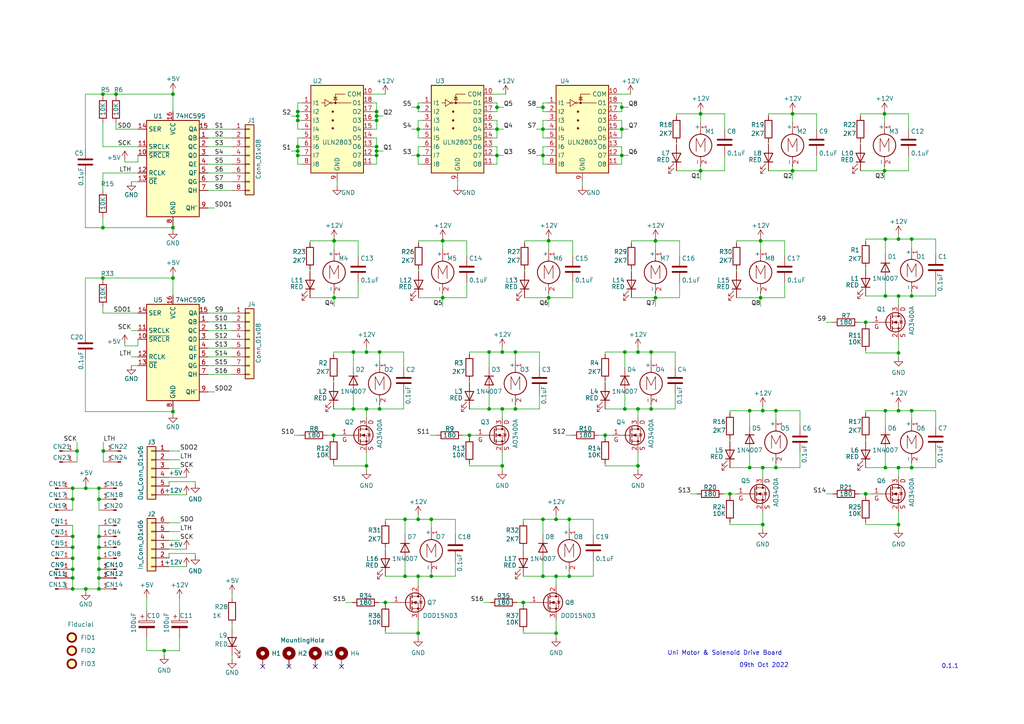
<source format=kicad_sch>
(kicad_sch (version 20211123) (generator eeschema)
  (paper "A4")
  (junction (at 145.669 102.108))
  (junction (at 161.29 150.622))
  (junction (at 28.702 165.1))
  (junction (at 188.849 102.108))
  (junction (at 21.082 165.1))
  (junction (at 21.082 144.78))
  (junction (at 109.22 32.385))
  (junction (at 145.669 135.128))
  (junction (at 28.702 141.605))
  (junction (at 121.285 31.115))
  (junction (at 145.669 118.618))
  (junction (at 203.2 49.53))
  (junction (at 128.397 69.85))
  (junction (at 180.34 37.465))
  (junction (at 165.1 167.132))
  (junction (at 264.414 85.852))
  (junction (at 151.765 174.752))
  (junction (at 21.082 170.815))
  (junction (at 106.299 135.128))
  (junction (at 157.48 45.085))
  (junction (at 260.604 102.362))
  (junction (at 256.54 49.53))
  (junction (at 47.625 188.722))
  (junction (at 157.48 150.622))
  (junction (at 149.479 102.108))
  (junction (at 217.424 135.636))
  (junction (at 21.082 141.605))
  (junction (at 165.1 150.622))
  (junction (at 22.352 130.81))
  (junction (at 28.702 155.575))
  (junction (at 86.36 33.655))
  (junction (at 144.145 31.115))
  (junction (at 117.475 167.132))
  (junction (at 125.095 167.132))
  (junction (at 161.29 183.642))
  (junction (at 141.859 102.108))
  (junction (at 264.414 135.636))
  (junction (at 121.285 167.132))
  (junction (at 256.794 69.342))
  (junction (at 180.34 45.085))
  (junction (at 190.119 86.36))
  (junction (at 96.901 69.85))
  (junction (at 121.285 150.622))
  (junction (at 21.082 155.575))
  (junction (at 144.145 37.465))
  (junction (at 28.702 167.64))
  (junction (at 86.36 45.085))
  (junction (at 264.414 119.126))
  (junction (at 86.36 34.925))
  (junction (at 225.044 135.636))
  (junction (at 28.702 170.815))
  (junction (at 24.892 170.815))
  (junction (at 260.604 69.342))
  (junction (at 159.131 86.36))
  (junction (at 50.165 27.305))
  (junction (at 256.794 135.636))
  (junction (at 260.604 119.126))
  (junction (at 175.514 126.238))
  (junction (at 50.165 66.04))
  (junction (at 102.489 102.108))
  (junction (at 251.079 93.472))
  (junction (at 21.082 158.75))
  (junction (at 185.039 102.108))
  (junction (at 29.972 130.81))
  (junction (at 33.655 27.305))
  (junction (at 28.702 161.925))
  (junction (at 21.082 161.925))
  (junction (at 144.145 45.085))
  (junction (at 221.234 152.146))
  (junction (at 229.87 33.02))
  (junction (at 221.234 119.126))
  (junction (at 24.892 141.605))
  (junction (at 29.845 27.305))
  (junction (at 128.397 86.36))
  (junction (at 28.702 158.75))
  (junction (at 256.54 33.02))
  (junction (at 157.48 167.132))
  (junction (at 109.22 42.545))
  (junction (at 86.36 32.385))
  (junction (at 121.285 45.085))
  (junction (at 260.604 135.636))
  (junction (at 188.849 118.618))
  (junction (at 29.845 80.645))
  (junction (at 125.095 150.622))
  (junction (at 109.22 45.085))
  (junction (at 86.36 42.545))
  (junction (at 86.36 43.815))
  (junction (at 185.039 118.618))
  (junction (at 220.599 69.85))
  (junction (at 110.109 102.108))
  (junction (at 110.109 118.618))
  (junction (at 28.702 144.78))
  (junction (at 256.794 85.852))
  (junction (at 203.2 33.02))
  (junction (at 50.165 80.645))
  (junction (at 217.424 119.126))
  (junction (at 121.285 183.642))
  (junction (at 111.76 174.752))
  (junction (at 229.87 49.53))
  (junction (at 157.48 31.115))
  (junction (at 157.48 37.465))
  (junction (at 220.599 86.36))
  (junction (at 256.794 119.126))
  (junction (at 264.414 69.342))
  (junction (at 260.604 152.146))
  (junction (at 221.234 135.636))
  (junction (at 141.859 118.618))
  (junction (at 211.709 143.256))
  (junction (at 149.479 118.618))
  (junction (at 21.082 167.64))
  (junction (at 106.299 102.108))
  (junction (at 185.039 135.128))
  (junction (at 102.489 118.618))
  (junction (at 260.604 85.852))
  (junction (at 109.22 33.655))
  (junction (at 251.079 143.256))
  (junction (at 180.34 31.115))
  (junction (at 109.22 34.925))
  (junction (at 159.131 69.85))
  (junction (at 96.901 86.36))
  (junction (at 117.475 150.622))
  (junction (at 29.845 66.04))
  (junction (at 181.229 102.108))
  (junction (at 109.22 43.815))
  (junction (at 225.044 119.126))
  (junction (at 161.29 167.132))
  (junction (at 190.119 69.85))
  (junction (at 136.144 126.238))
  (junction (at 50.165 119.38))
  (junction (at 106.299 118.618))
  (junction (at 181.229 118.618))
  (junction (at 96.774 126.238))
  (junction (at 121.285 37.465))
  (no_connect (at 91.44 193.294))
  (no_connect (at 83.82 193.294))
  (no_connect (at 99.06 193.294))
  (no_connect (at 76.2 193.294))
  (wire (pts (xy 166.116 74.295) (xy 166.116 69.85)))
  (wire (pts (xy 157.48 167.132) (xy 161.29 167.132)))
  (wire (pts (xy 256.54 33.02) (xy 256.54 35.56)))
  (wire (pts (xy 196.215 33.02) (xy 203.2 33.02)))
  (wire (pts (xy 102.489 102.108) (xy 106.299 102.108)))
  (wire (pts (xy 175.514 126.238) (xy 175.514 126.873)))
  (wire (pts (xy 96.774 102.743) (xy 96.774 102.108)))
  (wire (pts (xy 121.285 150.622) (xy 125.095 150.622)))
  (wire (pts (xy 260.604 102.362) (xy 260.604 103.632)))
  (wire (pts (xy 256.794 69.342) (xy 256.794 73.787)))
  (wire (pts (xy 151.765 174.752) (xy 153.67 174.752)))
  (wire (pts (xy 213.614 86.36) (xy 220.599 86.36)))
  (wire (pts (xy 166.116 81.915) (xy 166.116 86.36)))
  (wire (pts (xy 151.765 158.877) (xy 151.765 159.512)))
  (wire (pts (xy 264.414 119.126) (xy 264.414 121.666)))
  (wire (pts (xy 239.649 143.256) (xy 241.554 143.256)))
  (wire (pts (xy 121.285 45.085) (xy 122.555 45.085)))
  (wire (pts (xy 251.079 127.381) (xy 251.079 128.016)))
  (wire (pts (xy 188.849 118.618) (xy 188.849 117.348)))
  (wire (pts (xy 145.669 131.318) (xy 145.669 135.128)))
  (wire (pts (xy 87.63 32.385) (xy 86.36 32.385)))
  (wire (pts (xy 149.86 174.752) (xy 151.765 174.752)))
  (wire (pts (xy 132.08 162.687) (xy 132.08 167.132)))
  (wire (pts (xy 86.36 40.005) (xy 87.63 40.005)))
  (wire (pts (xy 50.165 80.645) (xy 50.165 85.725)))
  (wire (pts (xy 109.22 32.385) (xy 107.95 32.385)))
  (wire (pts (xy 28.702 167.64) (xy 28.702 170.815)))
  (wire (pts (xy 211.709 152.146) (xy 221.234 152.146)))
  (wire (pts (xy 175.514 126.238) (xy 177.419 126.238)))
  (wire (pts (xy 213.614 69.85) (xy 220.599 69.85)))
  (wire (pts (xy 121.285 34.925) (xy 122.555 34.925)))
  (wire (pts (xy 152.146 86.36) (xy 159.131 86.36)))
  (wire (pts (xy 180.34 37.465) (xy 182.245 37.465)))
  (wire (pts (xy 49.022 138.43) (xy 54.102 138.43)))
  (wire (pts (xy 29.972 130.81) (xy 29.972 133.985)))
  (wire (pts (xy 179.07 40.005) (xy 180.34 40.005)))
  (wire (pts (xy 175.514 102.108) (xy 181.229 102.108)))
  (wire (pts (xy 227.584 81.915) (xy 227.584 86.36)))
  (wire (pts (xy 49.022 160.528) (xy 56.642 160.528)))
  (wire (pts (xy 24.765 66.04) (xy 29.845 66.04)))
  (wire (pts (xy 144.145 47.625) (xy 144.145 45.085)))
  (wire (pts (xy 111.125 33.655) (xy 109.22 33.655)))
  (wire (pts (xy 260.604 98.552) (xy 260.604 102.362)))
  (wire (pts (xy 232.029 119.126) (xy 225.044 119.126)))
  (wire (pts (xy 151.765 183.642) (xy 161.29 183.642)))
  (wire (pts (xy 149.479 118.618) (xy 149.479 117.348)))
  (wire (pts (xy 157.48 45.085) (xy 155.575 45.085)))
  (wire (pts (xy 251.079 77.597) (xy 251.079 78.232)))
  (wire (pts (xy 172.085 150.622) (xy 165.1 150.622)))
  (wire (pts (xy 96.774 134.493) (xy 96.774 135.128)))
  (wire (pts (xy 122.555 47.625) (xy 121.285 47.625)))
  (wire (pts (xy 86.36 34.925) (xy 86.36 37.465)))
  (wire (pts (xy 49.022 135.89) (xy 52.197 135.89)))
  (wire (pts (xy 175.514 118.618) (xy 181.229 118.618)))
  (wire (pts (xy 271.399 85.852) (xy 264.414 85.852)))
  (wire (pts (xy 251.079 85.852) (xy 256.794 85.852)))
  (wire (pts (xy 179.07 45.085) (xy 180.34 45.085)))
  (wire (pts (xy 109.22 33.655) (xy 109.22 34.925)))
  (wire (pts (xy 157.48 32.385) (xy 158.75 32.385)))
  (wire (pts (xy 121.285 31.115) (xy 121.285 32.385)))
  (wire (pts (xy 107.95 29.845) (xy 109.22 29.845)))
  (wire (pts (xy 96.774 135.128) (xy 106.299 135.128)))
  (wire (pts (xy 121.285 179.832) (xy 121.285 183.642)))
  (wire (pts (xy 180.34 42.545) (xy 180.34 45.085)))
  (wire (pts (xy 260.604 135.636) (xy 264.414 135.636)))
  (wire (pts (xy 256.54 49.53) (xy 256.54 52.07)))
  (wire (pts (xy 111.76 174.752) (xy 111.76 175.387)))
  (wire (pts (xy 145.669 100.838) (xy 145.669 102.108)))
  (wire (pts (xy 96.774 126.238) (xy 98.679 126.238)))
  (wire (pts (xy 144.145 37.465) (xy 146.05 37.465)))
  (wire (pts (xy 190.119 86.36) (xy 190.119 88.9)))
  (wire (pts (xy 121.285 40.005) (xy 121.285 37.465)))
  (wire (pts (xy 121.285 29.845) (xy 122.555 29.845)))
  (wire (pts (xy 211.709 127.381) (xy 211.709 128.016)))
  (wire (pts (xy 49.022 130.81) (xy 52.197 130.81)))
  (wire (pts (xy 179.07 34.925) (xy 180.34 34.925)))
  (wire (pts (xy 60.325 37.465) (xy 67.31 37.465)))
  (wire (pts (xy 24.892 141.605) (xy 28.702 141.605)))
  (wire (pts (xy 142.875 27.305) (xy 146.685 27.305)))
  (wire (pts (xy 166.116 86.36) (xy 159.131 86.36)))
  (wire (pts (xy 195.834 114.173) (xy 195.834 118.618)))
  (wire (pts (xy 60.325 106.045) (xy 67.31 106.045)))
  (wire (pts (xy 142.875 40.005) (xy 144.145 40.005)))
  (wire (pts (xy 179.07 32.385) (xy 180.34 32.385)))
  (wire (pts (xy 220.599 86.36) (xy 220.599 88.9)))
  (wire (pts (xy 47.625 189.992) (xy 47.625 188.722)))
  (wire (pts (xy 86.36 45.085) (xy 86.36 47.625)))
  (wire (pts (xy 24.765 43.18) (xy 24.765 27.305)))
  (wire (pts (xy 56.642 160.528) (xy 56.642 161.163)))
  (wire (pts (xy 128.397 86.36) (xy 128.397 85.09)))
  (wire (pts (xy 136.144 135.128) (xy 145.669 135.128)))
  (wire (pts (xy 251.079 119.761) (xy 251.079 119.126)))
  (wire (pts (xy 175.514 102.743) (xy 175.514 102.108)))
  (wire (pts (xy 159.131 86.36) (xy 159.131 85.09)))
  (wire (pts (xy 249.555 33.02) (xy 256.54 33.02)))
  (wire (pts (xy 50.165 26.67) (xy 50.165 27.305)))
  (wire (pts (xy 151.765 174.752) (xy 151.765 175.387)))
  (wire (pts (xy 42.545 173.482) (xy 42.545 177.292)))
  (wire (pts (xy 109.22 43.815) (xy 109.22 45.085)))
  (wire (pts (xy 86.36 33.655) (xy 86.36 34.925)))
  (wire (pts (xy 196.215 49.53) (xy 203.2 49.53)))
  (wire (pts (xy 22.352 130.81) (xy 22.352 133.985)))
  (wire (pts (xy 260.604 119.126) (xy 264.414 119.126)))
  (wire (pts (xy 264.414 85.852) (xy 264.414 84.582)))
  (wire (pts (xy 21.082 167.64) (xy 21.082 170.815)))
  (wire (pts (xy 109.855 174.752) (xy 111.76 174.752)))
  (wire (pts (xy 121.285 42.545) (xy 121.285 45.085)))
  (wire (pts (xy 185.039 102.108) (xy 188.849 102.108)))
  (wire (pts (xy 239.649 93.472) (xy 241.554 93.472)))
  (wire (pts (xy 121.412 69.85) (xy 128.397 69.85)))
  (wire (pts (xy 151.765 183.007) (xy 151.765 183.642)))
  (wire (pts (xy 155.575 31.115) (xy 157.48 31.115)))
  (wire (pts (xy 260.604 69.342) (xy 264.414 69.342)))
  (wire (pts (xy 111.76 174.752) (xy 113.665 174.752)))
  (wire (pts (xy 50.165 80.01) (xy 50.165 80.645)))
  (wire (pts (xy 107.95 27.305) (xy 111.76 27.305)))
  (wire (pts (xy 60.325 103.505) (xy 67.31 103.505)))
  (wire (pts (xy 29.845 88.9) (xy 29.845 90.805)))
  (wire (pts (xy 249.555 49.53) (xy 256.54 49.53)))
  (wire (pts (xy 67.31 172.212) (xy 67.31 173.482)))
  (wire (pts (xy 260.604 135.636) (xy 260.604 138.176)))
  (wire (pts (xy 136.144 126.238) (xy 136.144 126.873)))
  (wire (pts (xy 260.604 85.852) (xy 260.604 88.392)))
  (wire (pts (xy 181.229 102.108) (xy 181.229 106.553)))
  (wire (pts (xy 221.234 119.126) (xy 225.044 119.126)))
  (wire (pts (xy 67.31 181.102) (xy 67.31 182.372)))
  (wire (pts (xy 60.325 60.325) (xy 62.23 60.325)))
  (wire (pts (xy 211.709 151.511) (xy 211.709 152.146)))
  (wire (pts (xy 132.08 155.067) (xy 132.08 150.622)))
  (wire (pts (xy 29.845 80.645) (xy 50.165 80.645)))
  (wire (pts (xy 111.76 150.622) (xy 117.475 150.622)))
  (wire (pts (xy 256.794 135.636) (xy 260.604 135.636)))
  (wire (pts (xy 249.555 33.655) (xy 249.555 33.02)))
  (wire (pts (xy 29.845 80.645) (xy 29.845 81.28)))
  (wire (pts (xy 132.08 167.132) (xy 125.095 167.132)))
  (wire (pts (xy 122.555 37.465) (xy 121.285 37.465)))
  (wire (pts (xy 28.702 155.575) (xy 28.702 158.75)))
  (wire (pts (xy 180.34 45.085) (xy 182.245 45.085)))
  (wire (pts (xy 151.765 150.622) (xy 157.48 150.622)))
  (wire (pts (xy 29.845 35.56) (xy 29.845 42.545)))
  (wire (pts (xy 60.325 55.245) (xy 67.31 55.245)))
  (wire (pts (xy 106.299 118.618) (xy 106.299 121.158)))
  (wire (pts (xy 195.834 102.108) (xy 188.849 102.108)))
  (wire (pts (xy 222.885 33.02) (xy 229.87 33.02)))
  (wire (pts (xy 24.892 170.815) (xy 28.702 170.815)))
  (wire (pts (xy 190.119 69.85) (xy 190.119 72.39)))
  (wire (pts (xy 157.48 150.622) (xy 157.48 155.067)))
  (wire (pts (xy 49.022 151.638) (xy 52.197 151.638)))
  (wire (pts (xy 157.48 45.085) (xy 157.48 47.625)))
  (wire (pts (xy 157.48 162.687) (xy 157.48 167.132)))
  (wire (pts (xy 185.039 100.838) (xy 185.039 102.108)))
  (wire (pts (xy 158.75 47.625) (xy 157.48 47.625)))
  (wire (pts (xy 159.131 69.85) (xy 159.131 72.39)))
  (wire (pts (xy 211.709 143.256) (xy 213.614 143.256)))
  (wire (pts (xy 121.412 86.36) (xy 128.397 86.36)))
  (wire (pts (xy 145.669 102.108) (xy 149.479 102.108)))
  (wire (pts (xy 49.022 139.7) (xy 56.642 139.7)))
  (wire (pts (xy 33.655 27.305) (xy 50.165 27.305)))
  (wire (pts (xy 21.082 152.4) (xy 21.082 155.575)))
  (wire (pts (xy 200.279 143.256) (xy 202.184 143.256)))
  (wire (pts (xy 232.029 123.571) (xy 232.029 119.126)))
  (wire (pts (xy 117.094 114.173) (xy 117.094 118.618)))
  (wire (pts (xy 263.525 33.02) (xy 256.54 33.02)))
  (wire (pts (xy 144.145 31.115) (xy 146.05 31.115)))
  (wire (pts (xy 109.22 29.845) (xy 109.22 32.385)))
  (wire (pts (xy 195.834 118.618) (xy 188.849 118.618)))
  (wire (pts (xy 136.144 102.108) (xy 141.859 102.108)))
  (wire (pts (xy 183.134 78.105) (xy 183.134 78.74)))
  (wire (pts (xy 144.145 37.465) (xy 142.875 37.465)))
  (wire (pts (xy 29.845 42.545) (xy 40.005 42.545)))
  (wire (pts (xy 197.104 69.85) (xy 190.119 69.85)))
  (wire (pts (xy 102.489 114.173) (xy 102.489 118.618)))
  (wire (pts (xy 29.972 128.27) (xy 29.972 130.81)))
  (wire (pts (xy 210.185 45.085) (xy 210.185 49.53)))
  (wire (pts (xy 117.094 106.553) (xy 117.094 102.108)))
  (wire (pts (xy 117.094 102.108) (xy 110.109 102.108)))
  (wire (pts (xy 161.29 167.132) (xy 165.1 167.132)))
  (wire (pts (xy 236.855 45.085) (xy 236.855 49.53)))
  (wire (pts (xy 117.475 150.622) (xy 121.285 150.622)))
  (wire (pts (xy 256.794 69.342) (xy 260.604 69.342)))
  (wire (pts (xy 225.044 119.126) (xy 225.044 121.666)))
  (wire (pts (xy 251.079 102.362) (xy 260.604 102.362)))
  (wire (pts (xy 106.299 131.318) (xy 106.299 135.128)))
  (wire (pts (xy 271.399 123.571) (xy 271.399 119.126)))
  (wire (pts (xy 221.234 135.636) (xy 221.234 138.176)))
  (wire (pts (xy 203.2 49.53) (xy 203.2 52.07)))
  (wire (pts (xy 222.885 49.53) (xy 229.87 49.53)))
  (wire (pts (xy 24.892 171.45) (xy 24.892 170.815)))
  (wire (pts (xy 141.859 118.618) (xy 145.669 118.618)))
  (wire (pts (xy 203.2 49.53) (xy 203.2 48.26)))
  (wire (pts (xy 40.005 46.99) (xy 40.005 45.085)))
  (wire (pts (xy 179.07 29.845) (xy 180.34 29.845)))
  (wire (pts (xy 260.604 85.852) (xy 264.414 85.852)))
  (wire (pts (xy 156.464 102.108) (xy 149.479 102.108)))
  (wire (pts (xy 36.195 46.355) (xy 36.195 46.99)))
  (wire (pts (xy 251.079 119.126) (xy 256.794 119.126)))
  (wire (pts (xy 60.325 100.965) (xy 67.31 100.965)))
  (wire (pts (xy 100.33 174.752) (xy 102.235 174.752)))
  (wire (pts (xy 106.299 102.108) (xy 110.109 102.108)))
  (wire (pts (xy 122.555 42.545) (xy 121.285 42.545)))
  (wire (pts (xy 173.609 126.238) (xy 175.514 126.238)))
  (wire (pts (xy 221.234 148.336) (xy 221.234 152.146)))
  (wire (pts (xy 28.702 141.605) (xy 28.702 144.78)))
  (wire (pts (xy 251.079 93.472) (xy 252.984 93.472)))
  (wire (pts (xy 86.36 29.845) (xy 87.63 29.845)))
  (wire (pts (xy 121.285 47.625) (xy 121.285 45.085)))
  (wire (pts (xy 185.039 118.618) (xy 188.849 118.618)))
  (wire (pts (xy 151.765 151.257) (xy 151.765 150.622)))
  (wire (pts (xy 128.397 86.36) (xy 128.397 88.9)))
  (wire (pts (xy 96.774 110.363) (xy 96.774 110.998)))
  (wire (pts (xy 60.325 113.665) (xy 62.23 113.665)))
  (wire (pts (xy 96.774 118.618) (xy 102.489 118.618)))
  (wire (pts (xy 106.299 135.128) (xy 106.299 136.398)))
  (wire (pts (xy 117.475 150.622) (xy 117.475 155.067)))
  (wire (pts (xy 60.325 45.085) (xy 67.31 45.085)))
  (wire (pts (xy 111.76 183.642) (xy 121.285 183.642)))
  (wire (pts (xy 180.34 31.115) (xy 180.34 29.845)))
  (wire (pts (xy 144.145 45.085) (xy 146.05 45.085)))
  (wire (pts (xy 256.794 85.852) (xy 260.604 85.852)))
  (wire (pts (xy 157.48 40.005) (xy 158.75 40.005)))
  (wire (pts (xy 142.875 34.925) (xy 144.145 34.925)))
  (wire (pts (xy 256.54 32.385) (xy 256.54 33.02)))
  (wire (pts (xy 141.859 114.173) (xy 141.859 118.618)))
  (wire (pts (xy 213.614 78.105) (xy 213.614 78.74)))
  (wire (pts (xy 136.144 110.363) (xy 136.144 110.998)))
  (wire (pts (xy 180.34 34.925) (xy 180.34 37.465)))
  (wire (pts (xy 33.655 37.465) (xy 40.005 37.465)))
  (wire (pts (xy 102.489 118.618) (xy 106.299 118.618)))
  (wire (pts (xy 124.714 126.238) (xy 126.619 126.238)))
  (wire (pts (xy 21.082 141.605) (xy 21.082 144.78)))
  (wire (pts (xy 49.022 143.51) (xy 54.102 143.51)))
  (wire (pts (xy 49.022 139.7) (xy 49.022 140.97)))
  (wire (pts (xy 132.715 52.705) (xy 132.715 53.975)))
  (wire (pts (xy 229.87 33.02) (xy 229.87 35.56)))
  (wire (pts (xy 128.397 69.85) (xy 128.397 72.39)))
  (wire (pts (xy 229.87 49.53) (xy 229.87 48.26)))
  (wire (pts (xy 135.382 74.295) (xy 135.382 69.85)))
  (wire (pts (xy 109.22 42.545) (xy 109.22 43.815)))
  (wire (pts (xy 84.455 43.815) (xy 86.36 43.815)))
  (wire (pts (xy 249.174 143.256) (xy 251.079 143.256)))
  (wire (pts (xy 60.325 98.425) (xy 67.31 98.425)))
  (wire (pts (xy 60.325 50.165) (xy 67.31 50.165)))
  (wire (pts (xy 38.1 95.885) (xy 40.005 95.885)))
  (wire (pts (xy 49.022 156.718) (xy 52.197 156.718)))
  (wire (pts (xy 21.082 141.605) (xy 24.892 141.605)))
  (wire (pts (xy 145.669 135.128) (xy 145.669 136.398)))
  (wire (pts (xy 221.234 135.636) (xy 225.044 135.636)))
  (wire (pts (xy 183.134 86.36) (xy 190.119 86.36)))
  (wire (pts (xy 210.185 49.53) (xy 203.2 49.53)))
  (wire (pts (xy 60.325 42.545) (xy 67.31 42.545)))
  (wire (pts (xy 156.464 106.553) (xy 156.464 102.108)))
  (wire (pts (xy 49.022 161.798) (xy 49.022 160.528)))
  (wire (pts (xy 121.412 78.105) (xy 121.412 78.74)))
  (wire (pts (xy 85.344 126.238) (xy 87.249 126.238)))
  (wire (pts (xy 89.916 78.105) (xy 89.916 78.74)))
  (wire (pts (xy 144.145 34.925) (xy 144.145 37.465)))
  (wire (pts (xy 24.765 50.8) (xy 24.765 66.04)))
  (wire (pts (xy 111.76 167.132) (xy 117.475 167.132)))
  (wire (pts (xy 109.22 40.005) (xy 109.22 42.545)))
  (wire (pts (xy 134.239 126.238) (xy 136.144 126.238)))
  (wire (pts (xy 166.116 69.85) (xy 159.131 69.85)))
  (wire (pts (xy 156.464 118.618) (xy 149.479 118.618)))
  (wire (pts (xy 29.845 66.04) (xy 50.165 66.04)))
  (wire (pts (xy 175.514 110.363) (xy 175.514 110.998)))
  (wire (pts (xy 185.039 118.618) (xy 185.039 121.158)))
  (wire (pts (xy 28.702 144.78) (xy 28.702 147.955)))
  (wire (pts (xy 103.886 86.36) (xy 96.901 86.36)))
  (wire (pts (xy 24.765 80.645) (xy 29.845 80.645)))
  (wire (pts (xy 109.22 34.925) (xy 109.22 37.465)))
  (wire (pts (xy 264.414 69.342) (xy 264.414 71.882)))
  (wire (pts (xy 117.094 118.618) (xy 110.109 118.618)))
  (wire (pts (xy 144.145 40.005) (xy 144.145 37.465)))
  (wire (pts (xy 181.229 114.173) (xy 181.229 118.618)))
  (wire (pts (xy 168.91 52.705) (xy 168.91 53.975)))
  (wire (pts (xy 29.845 90.805) (xy 40.005 90.805)))
  (wire (pts (xy 251.079 143.256) (xy 252.984 143.256)))
  (wire (pts (xy 24.892 140.97) (xy 24.892 141.605)))
  (wire (pts (xy 251.079 151.511) (xy 251.079 152.146)))
  (wire (pts (xy 109.22 43.815) (xy 111.125 43.815)))
  (wire (pts (xy 60.325 47.625) (xy 67.31 47.625)))
  (wire (pts (xy 121.285 29.845) (xy 121.285 31.115)))
  (wire (pts (xy 49.022 164.338) (xy 54.102 164.338)))
  (wire (pts (xy 227.584 74.295) (xy 227.584 69.85)))
  (wire (pts (xy 144.145 32.385) (xy 144.145 31.115)))
  (wire (pts (xy 96.901 86.36) (xy 96.901 85.09)))
  (wire (pts (xy 60.325 95.885) (xy 67.31 95.885)))
  (wire (pts (xy 190.119 69.215) (xy 190.119 69.85)))
  (wire (pts (xy 158.75 42.545) (xy 157.48 42.545)))
  (wire (pts (xy 157.48 42.545) (xy 157.48 45.085)))
  (wire (pts (xy 29.845 50.165) (xy 29.845 55.245)))
  (wire (pts (xy 161.29 183.642) (xy 161.29 184.912)))
  (wire (pts (xy 21.082 158.75) (xy 21.082 161.925)))
  (wire (pts (xy 144.145 42.545) (xy 144.145 45.085)))
  (wire (pts (xy 29.845 27.94) (xy 29.845 27.305)))
  (wire (pts (xy 24.765 96.52) (xy 24.765 80.645)))
  (wire (pts (xy 87.63 47.625) (xy 86.36 47.625)))
  (wire (pts (xy 185.039 135.128) (xy 185.039 136.398)))
  (wire (pts (xy 102.489 102.108) (xy 102.489 106.553)))
  (wire (pts (xy 110.109 102.108) (xy 110.109 104.648)))
  (wire (pts (xy 256.794 131.191) (xy 256.794 135.636)))
  (wire (pts (xy 121.285 167.132) (xy 125.095 167.132)))
  (wire (pts (xy 106.299 100.838) (xy 106.299 102.108)))
  (wire (pts (xy 151.765 167.132) (xy 157.48 167.132)))
  (wire (pts (xy 271.399 131.191) (xy 271.399 135.636)))
  (wire (pts (xy 179.07 27.305) (xy 182.88 27.305)))
  (wire (pts (xy 86.36 29.845) (xy 86.36 32.385)))
  (wire (pts (xy 136.144 126.238) (xy 138.049 126.238)))
  (wire (pts (xy 210.185 37.465) (xy 210.185 33.02)))
  (wire (pts (xy 106.299 118.618) (xy 110.109 118.618)))
  (wire (pts (xy 103.886 74.295) (xy 103.886 69.85)))
  (wire (pts (xy 24.765 27.305) (xy 29.845 27.305)))
  (wire (pts (xy 33.655 27.94) (xy 33.655 27.305)))
  (wire (pts (xy 210.185 33.02) (xy 203.2 33.02)))
  (wire (pts (xy 217.424 119.126) (xy 217.424 123.571)))
  (wire (pts (xy 236.855 33.02) (xy 229.87 33.02)))
  (wire (pts (xy 251.079 69.342) (xy 256.794 69.342)))
  (wire (pts (xy 60.325 90.805) (xy 67.31 90.805)))
  (wire (pts (xy 86.36 43.815) (xy 86.36 42.545)))
  (wire (pts (xy 157.48 31.115) (xy 157.48 32.385)))
  (wire (pts (xy 21.082 144.78) (xy 21.082 147.955)))
  (wire (pts (xy 183.134 70.485) (xy 183.134 69.85)))
  (wire (pts (xy 175.514 135.128) (xy 185.039 135.128)))
  (wire (pts (xy 119.38 31.115) (xy 121.285 31.115)))
  (wire (pts (xy 251.079 69.977) (xy 251.079 69.342)))
  (wire (pts (xy 50.165 118.745) (xy 50.165 119.38)))
  (wire (pts (xy 183.134 69.85) (xy 190.119 69.85)))
  (wire (pts (xy 271.399 73.787) (xy 271.399 69.342)))
  (wire (pts (xy 260.604 117.856) (xy 260.604 119.126)))
  (wire (pts (xy 145.669 118.618) (xy 149.479 118.618)))
  (wire (pts (xy 142.875 45.085) (xy 144.145 45.085)))
  (wire (pts (xy 161.29 167.132) (xy 161.29 169.672)))
  (wire (pts (xy 33.655 35.56) (xy 33.655 37.465)))
  (wire (pts (xy 172.085 155.067) (xy 172.085 150.622)))
  (wire (pts (xy 89.916 69.85) (xy 96.901 69.85)))
  (wire (pts (xy 157.48 45.085) (xy 158.75 45.085)))
  (wire (pts (xy 121.285 32.385) (xy 122.555 32.385)))
  (wire (pts (xy 50.165 66.04) (xy 50.165 66.675)))
  (wire (pts (xy 213.614 70.485) (xy 213.614 69.85)))
  (wire (pts (xy 36.195 100.33) (xy 40.005 100.33)))
  (wire (pts (xy 152.146 70.485) (xy 152.146 69.85)))
  (wire (pts (xy 159.131 69.215) (xy 159.131 69.85)))
  (wire (pts (xy 145.669 118.618) (xy 145.669 121.158)))
  (wire (pts (xy 28.702 165.1) (xy 28.702 167.64)))
  (wire (pts (xy 42.545 184.912) (xy 42.545 188.722)))
  (wire (pts (xy 221.234 152.146) (xy 221.234 153.416)))
  (wire (pts (xy 96.774 126.238) (xy 96.774 126.873)))
  (wire (pts (xy 227.584 86.36) (xy 220.599 86.36)))
  (wire (pts (xy 60.325 40.005) (xy 67.31 40.005)))
  (wire (pts (xy 157.48 29.845) (xy 158.75 29.845)))
  (wire (pts (xy 36.195 46.99) (xy 40.005 46.99)))
  (wire (pts (xy 28.702 152.4) (xy 28.702 155.575)))
  (wire (pts (xy 271.399 135.636) (xy 264.414 135.636)))
  (wire (pts (xy 161.29 179.832) (xy 161.29 183.642)))
  (wire (pts (xy 86.36 40.005) (xy 86.36 42.545)))
  (wire (pts (xy 196.215 41.275) (xy 196.215 41.91)))
  (wire (pts (xy 135.382 69.85) (xy 128.397 69.85)))
  (wire (pts (xy 144.145 31.115) (xy 144.145 29.845)))
  (wire (pts (xy 251.079 135.636) (xy 256.794 135.636)))
  (wire (pts (xy 157.48 34.925) (xy 157.48 37.465)))
  (wire (pts (xy 172.085 167.132) (xy 165.1 167.132)))
  (wire (pts (xy 86.36 34.925) (xy 87.63 34.925)))
  (wire (pts (xy 107.95 34.925) (xy 109.22 34.925)))
  (wire (pts (xy 185.039 131.318) (xy 185.039 135.128)))
  (wire (pts (xy 157.48 150.622) (xy 161.29 150.622)))
  (wire (pts (xy 96.774 102.108) (xy 102.489 102.108)))
  (wire (pts (xy 109.22 45.085) (xy 109.22 47.625)))
  (wire (pts (xy 157.48 37.465) (xy 155.575 37.465)))
  (wire (pts (xy 103.886 81.915) (xy 103.886 86.36)))
  (wire (pts (xy 96.901 86.36) (xy 96.901 88.9)))
  (wire (pts (xy 50.165 65.405) (xy 50.165 66.04)))
  (wire (pts (xy 197.104 86.36) (xy 190.119 86.36)))
  (wire (pts (xy 236.855 37.465) (xy 236.855 33.02)))
  (wire (pts (xy 117.475 162.687) (xy 117.475 167.132)))
  (wire (pts (xy 172.085 162.687) (xy 172.085 167.132)))
  (wire (pts (xy 84.455 33.655) (xy 86.36 33.655)))
  (wire (pts (xy 121.285 167.132) (xy 121.285 169.672)))
  (wire (pts (xy 211.709 143.256) (xy 211.709 143.891)))
  (wire (pts (xy 157.48 34.925) (xy 158.75 34.925)))
  (wire (pts (xy 161.29 149.352) (xy 161.29 150.622)))
  (wire (pts (xy 136.144 118.618) (xy 141.859 118.618)))
  (wire (pts (xy 260.604 68.072) (xy 260.604 69.342)))
  (wire (pts (xy 142.875 29.845) (xy 144.145 29.845)))
  (wire (pts (xy 87.63 42.545) (xy 86.36 42.545)))
  (wire (pts (xy 111.76 158.877) (xy 111.76 159.512)))
  (wire (pts (xy 24.765 119.38) (xy 50.165 119.38)))
  (wire (pts (xy 121.412 70.485) (xy 121.412 69.85)))
  (wire (pts (xy 49.022 133.35) (xy 52.197 133.35)))
  (wire (pts (xy 157.48 29.845) (xy 157.48 31.115)))
  (wire (pts (xy 217.424 119.126) (xy 221.234 119.126)))
  (wire (pts (xy 220.599 86.36) (xy 220.599 85.09)))
  (wire (pts (xy 140.335 174.752) (xy 142.24 174.752)))
  (wire (pts (xy 180.34 47.625) (xy 180.34 45.085)))
  (wire (pts (xy 122.555 40.005) (xy 121.285 40.005)))
  (wire (pts (xy 60.325 52.705) (xy 67.31 52.705)))
  (wire (pts (xy 29.845 50.165) (xy 40.005 50.165)))
  (wire (pts (xy 86.36 32.385) (xy 86.36 33.655)))
  (wire (pts (xy 152.146 78.105) (xy 152.146 78.74)))
  (wire (pts (xy 36.195 99.695) (xy 36.195 100.33)))
  (wire (pts (xy 251.079 93.472) (xy 251.079 94.107)))
  (wire (pts (xy 24.765 104.14) (xy 24.765 119.38)))
  (wire (pts (xy 141.859 102.108) (xy 145.669 102.108)))
  (wire (pts (xy 180.34 32.385) (xy 180.34 31.115)))
  (wire (pts (xy 60.325 108.585) (xy 67.31 108.585)))
  (wire (pts (xy 209.804 143.256) (xy 211.709 143.256)))
  (wire (pts (xy 119.38 37.465) (xy 121.285 37.465)))
  (wire (pts (xy 197.104 81.915) (xy 197.104 86.36)))
  (wire (pts (xy 225.044 135.636) (xy 225.044 134.366)))
  (wire (pts (xy 94.869 126.238) (xy 96.774 126.238)))
  (wire (pts (xy 263.525 49.53) (xy 256.54 49.53)))
  (wire (pts (xy 211.709 135.636) (xy 217.424 135.636)))
  (wire (pts (xy 52.07 184.912) (xy 52.07 188.722)))
  (wire (pts (xy 89.916 86.36) (xy 96.901 86.36)))
  (wire (pts (xy 256.794 119.126) (xy 260.604 119.126)))
  (wire (pts (xy 271.399 119.126) (xy 264.414 119.126)))
  (wire (pts (xy 165.1 167.132) (xy 165.1 165.862)))
  (wire (pts (xy 50.165 27.305) (xy 50.165 32.385)))
  (wire (pts (xy 229.87 49.53) (xy 229.87 52.07)))
  (wire (pts (xy 38.1 52.705) (xy 40.005 52.705)))
  (wire (pts (xy 97.79 52.705) (xy 97.79 53.975)))
  (wire (pts (xy 103.886 69.85) (xy 96.901 69.85)))
  (wire (pts (xy 175.514 134.493) (xy 175.514 135.128)))
  (wire (pts (xy 251.079 152.146) (xy 260.604 152.146)))
  (wire (pts (xy 157.48 37.465) (xy 157.48 40.005)))
  (wire (pts (xy 256.794 119.126) (xy 256.794 123.571)))
  (wire (pts (xy 249.174 93.472) (xy 251.079 93.472)))
  (wire (pts (xy 111.76 151.257) (xy 111.76 150.622)))
  (wire (pts (xy 260.604 148.336) (xy 260.604 152.146)))
  (wire (pts (xy 156.464 114.173) (xy 156.464 118.618)))
  (wire (pts (xy 217.424 135.636) (xy 221.234 135.636)))
  (wire (pts (xy 251.079 143.256) (xy 251.079 143.891)))
  (wire (pts (xy 52.07 188.722) (xy 47.625 188.722)))
  (wire (pts (xy 117.475 167.132) (xy 121.285 167.132)))
  (wire (pts (xy 135.382 81.915) (xy 135.382 86.36)))
  (wire (pts (xy 180.34 40.005) (xy 180.34 37.465)))
  (wire (pts (xy 109.22 42.545) (xy 107.95 42.545)))
  (wire (pts (xy 211.709 119.126) (xy 217.424 119.126)))
  (wire (pts (xy 89.916 70.485) (xy 89.916 69.85)))
  (wire (pts (xy 96.901 69.85) (xy 96.901 72.39)))
  (wire (pts (xy 135.382 86.36) (xy 128.397 86.36)))
  (wire (pts (xy 180.34 31.115) (xy 182.245 31.115)))
  (wire (pts (xy 264.414 135.636) (xy 264.414 134.366)))
  (wire (pts (xy 111.76 183.007) (xy 111.76 183.642)))
  (wire (pts (xy 49.022 159.258) (xy 54.102 159.258)))
  (wire (pts (xy 21.082 155.575) (xy 21.082 158.75)))
  (wire (pts (xy 49.022 154.178) (xy 52.197 154.178)))
  (wire (pts (xy 107.95 45.085) (xy 109.22 45.085)))
  (wire (pts (xy 165.1 150.622) (xy 165.1 153.162)))
  (wire (pts (xy 161.29 150.622) (xy 165.1 150.622)))
  (wire (pts (xy 121.285 45.085) (xy 119.38 45.085)))
  (wire (pts (xy 180.34 37.465) (xy 179.07 37.465)))
  (wire (pts (xy 144.145 47.625) (xy 142.875 47.625)))
  (wire (pts (xy 196.215 33.655) (xy 196.215 33.02)))
  (wire (pts (xy 197.104 74.295) (xy 197.104 69.85)))
  (wire (pts (xy 28.702 158.75) (xy 28.702 161.925)))
  (wire (pts (xy 29.845 27.305) (xy 33.655 27.305)))
  (wire (pts (xy 128.397 69.215) (xy 128.397 69.85)))
  (wire (pts (xy 136.144 134.493) (xy 136.144 135.128)))
  (wire (pts (xy 107.95 40.005) (xy 109.22 40.005)))
  (wire (pts (xy 125.095 150.622) (xy 125.095 153.162)))
  (wire (pts (xy 263.525 45.085) (xy 263.525 49.53)))
  (wire (pts (xy 87.63 37.465) (xy 86.36 37.465)))
  (wire (pts (xy 222.885 41.275) (xy 222.885 41.91)))
  (wire (pts (xy 21.082 165.1) (xy 21.082 167.64)))
  (wire (pts (xy 203.2 33.02) (xy 203.2 35.56)))
  (wire (pts (xy 222.885 33.655) (xy 222.885 33.02)))
  (wire (pts (xy 220.599 69.85) (xy 220.599 72.39)))
  (wire (pts (xy 109.22 47.625) (xy 107.95 47.625)))
  (wire (pts (xy 21.082 161.925) (xy 21.082 165.1)))
  (wire (pts (xy 109.22 32.385) (xy 109.22 33.655)))
  (wire (pts (xy 251.079 101.727) (xy 251.079 102.362)))
  (wire (pts (xy 142.875 32.385) (xy 144.145 32.385)))
  (wire (pts (xy 40.005 100.33) (xy 40.005 98.425)))
  (wire (pts (xy 159.131 86.36) (xy 159.131 88.9)))
  (wire (pts (xy 152.146 69.85) (xy 159.131 69.85)))
  (wire (pts (xy 141.859 102.108) (xy 141.859 106.553)))
  (wire (pts (xy 38.1 106.045) (xy 40.005 106.045)))
  (wire (pts (xy 181.229 118.618) (xy 185.039 118.618)))
  (wire (pts (xy 249.555 41.275) (xy 249.555 41.91)))
  (wire (pts (xy 158.75 37.465) (xy 157.48 37.465)))
  (wire (pts (xy 28.702 161.925) (xy 28.702 165.1)))
  (wire (pts (xy 132.08 150.622) (xy 125.095 150.622)))
  (wire (pts (xy 181.229 102.108) (xy 185.039 102.108)))
  (wire (pts (xy 121.285 149.352) (xy 121.285 150.622)))
  (wire (pts (xy 96.901 69.215) (xy 96.901 69.85)))
  (wire (pts (xy 227.584 69.85) (xy 220.599 69.85)))
  (wire (pts (xy 221.234 117.856) (xy 221.234 119.126)))
  (wire (pts (xy 125.095 167.132) (xy 125.095 165.862)))
  (wire (pts (xy 195.834 106.553) (xy 195.834 102.108)))
  (wire (pts (xy 217.424 131.191) (xy 217.424 135.636)))
  (wire (pts (xy 22.352 128.27) (xy 22.352 130.81)))
  (wire (pts (xy 136.144 102.743) (xy 136.144 102.108)))
  (wire (pts (xy 38.1 103.505) (xy 40.005 103.505)))
  (wire (pts (xy 110.109 118.618) (xy 110.109 117.348)))
  (wire (pts (xy 60.325 93.345) (xy 67.31 93.345)))
  (wire (pts (xy 86.36 43.815) (xy 86.36 45.085)))
  (wire (pts (xy 56.642 139.7) (xy 56.642 140.335)))
  (wire (pts (xy 121.285 34.925) (xy 121.285 37.465)))
  (wire (pts (xy 109.22 37.465) (xy 107.95 37.465)))
  (wire (pts (xy 229.87 32.385) (xy 229.87 33.02)))
  (wire (pts (xy 256.54 49.53) (xy 256.54 48.26)))
  (wire (pts (xy 52.07 173.482) (xy 52.07 177.292)))
  (wire (pts (xy 86.36 45.085) (xy 87.63 45.085)))
  (wire (pts (xy 121.285 183.642) (xy 121.285 184.912)))
  (wire (pts (xy 188.849 102.108) (xy 188.849 104.648)))
  (wire (pts (xy 236.855 49.53) (xy 229.87 49.53)))
  (wire (pts (xy 260.604 152.146) (xy 260.604 153.416)))
  (wire (pts (xy 232.029 135.636) (xy 225.044 135.636)))
  (wire (pts (xy 29.845 62.865) (xy 29.845 66.04)))
  (wire (pts (xy 203.2 32.385) (xy 203.2 33.02)))
  (wire (pts (xy 232.029 131.191) (xy 232.029 135.636)))
  (wire (pts (xy 180.34 47.625) (xy 179.07 47.625)))
  (wire (pts (xy 149.479 102.108) (xy 149.479 104.648)))
  (wire (pts (xy 211.709 119.761) (xy 211.709 119.126)))
  (wire (pts (xy 164.084 126.238) (xy 165.989 126.238)))
  (wire (pts (xy 50.165 119.38) (xy 50.165 120.015)))
  (wire (pts (xy 256.794 81.407) (xy 256.794 85.852)))
  (wire (pts (xy 271.399 81.407) (xy 271.399 85.852)))
  (wire (pts (xy 220.599 69.215) (xy 220.599 69.85)))
  (wire (pts (xy 42.545 188.722) (xy 47.625 188.722)))
  (wire (pts (xy 24.892 170.815) (xy 21.082 170.815)))
  (wire (pts (xy 263.525 37.465) (xy 263.525 33.02)))
  (wire (pts (xy 190.119 86.36) (xy 190.119 85.09)))
  (wire (pts (xy 67.31 189.992) (xy 67.31 191.262)))
  (wire (pts (xy 144.145 42.545) (xy 142.875 42.545)))
  (wire (pts (xy 180.34 42.545) (xy 179.07 42.545)))
  (wire (pts (xy 271.399 69.342) (xy 264.414 69.342)))
  (text "0.1.1" (at 273.05 194.056 0) (effects (font (size 1.27 1.27)) (justify left bottom)))
  (text "09th Oct 2022" (at 214.376 193.802 0) (effects (font (size 1.27 1.27)) (justify left bottom)))
  (text "Uni Motor & Solenoid Drive Board" (at 193.548 190.246 0) (effects (font (size 1.27 1.27)) (justify left bottom)))
  (label "S7" (at 62.23 52.705 0))
  (label "SCK" (at 38.1 42.545 180))
  (label "S3" (at 119.38 45.085 180))
  (label "SCK" (at 38.1 95.885 180))
  (label "SDO2" (at 62.23 113.665 0))
  (label "LTH" (at 52.197 154.178 0))
  (label "S1" (at 62.23 37.465 0))
  (label "S15" (at 100.33 174.752 180))
  (label "SCK" (at 52.197 156.718 0))
  (label "Q5" (at 128.397 88.9 180))
  (label "Q3" (at 146.05 45.085 0))
  (label "S12" (at 164.084 126.238 180))
  (label "SDO2" (at 52.197 130.81 0))
  (label "SDO1" (at 38.1 90.805 180))
  (label "S5" (at 119.38 31.115 180))
  (label "S4" (at 62.23 45.085 0))
  (label "S16" (at 140.335 174.752 180))
  (label "Q8" (at 182.245 31.115 0))
  (label "Q4" (at 96.901 88.9 180))
  (label "S4" (at 119.38 37.465 180))
  (label "S13" (at 62.23 100.965 0))
  (label "LTH" (at 38.1 103.505 180))
  (label "S10" (at 85.344 126.238 180))
  (label "LTH" (at 29.972 128.27 0))
  (label "Q7" (at 182.245 37.465 0))
  (label "Q7" (at 190.119 88.9 180))
  (label "SCK" (at 22.352 128.27 180))
  (label "S9" (at 62.23 90.805 0))
  (label "S3" (at 62.23 42.545 0))
  (label "S15" (at 62.23 106.045 0))
  (label "SDO" (at 38.1 37.465 180))
  (label "Q2" (at 111.125 33.655 0))
  (label "Q6" (at 159.131 88.9 180))
  (label "S2" (at 62.23 40.005 0))
  (label "S9" (at 239.649 93.472 180))
  (label "S14" (at 239.649 143.256 180))
  (label "S2" (at 84.455 33.655 180))
  (label "S11" (at 124.714 126.238 180))
  (label "S8" (at 62.23 55.245 0))
  (label "S6" (at 155.575 45.085 180))
  (label "S6" (at 62.23 50.165 0))
  (label "SDO" (at 52.197 151.638 0))
  (label "S5" (at 62.23 47.625 0))
  (label "LTH" (at 52.197 133.35 0))
  (label "Q1" (at 111.125 43.815 0))
  (label "LTH" (at 38.1 50.165 180))
  (label "Q4" (at 146.05 37.465 0))
  (label "SCK" (at 52.197 135.89 0))
  (label "S13" (at 200.406 143.256 180))
  (label "Q6" (at 182.245 45.085 0))
  (label "Q5" (at 146.05 31.115 0))
  (label "S12" (at 62.23 98.425 0))
  (label "Q1" (at 203.2 52.07 180))
  (label "Q2" (at 229.87 52.07 180))
  (label "S1" (at 84.455 43.815 180))
  (label "Q3" (at 256.54 52.07 180))
  (label "S14" (at 62.23 103.505 0))
  (label "S7" (at 155.575 37.465 180))
  (label "SDO1" (at 62.23 60.325 0))
  (label "S8" (at 155.575 31.115 180))
  (label "S11" (at 62.23 95.885 0))
  (label "Q8" (at 220.599 88.9 180))
  (label "S16" (at 62.23 108.585 0))
  (label "S10" (at 62.23 93.345 0))
  (symbol (lib_id "Device:R") (at 251.079 97.917 0) (unit 1)
    (property "Reference" "R11" (at 245.999 97.282 0) (effects (justify left)))
    (property "Value" "10K" (at 245.999 99.187 0) (effects (justify left)))
    (property "Footprint" "Resistor_SMD:R_0805_2012Metric" (effects hide))
  )
  (symbol (lib_id "Device:LED") (at 183.134 82.55 270) (mirror x) (unit 1)
    (property "Reference" "L14" (at 181.229 81.28 90) (effects (justify right)))
    (property "Value" "RED" (at 181.229 83.185 90) (effects (justify right)))
    (property "Footprint" "LED_SMD:LED_0805_2012Metric" (effects hide))
  )
  (symbol (lib_id "power:GND") (at 56.642 140.335 0) (unit 1)
    (property "Reference" "#PWR024" (effects hide))
    (property "Value" "GND" (at 56.642 144.78 0))
  )
  (symbol (lib_id "Device:LED") (at 121.412 82.55 270) (mirror x) (unit 1)
    (property "Reference" "L12" (at 119.507 81.28 90) (effects (justify right)))
    (property "Value" "RED" (at 119.507 83.185 90) (effects (justify right)))
    (property "Footprint" "LED_SMD:LED_0805_2012Metric" (effects hide))
  )
  (symbol (lib_id "Device:LED") (at 196.215 45.72 270) (mirror x) (unit 1)
    (property "Reference" "L7" (at 194.31 44.45 90) (effects (justify right)))
    (property "Value" "RED" (at 194.31 46.355 90) (effects (justify right)))
    (property "Footprint" "LED_SMD:LED_0805_2012Metric" (effects hide))
  )
  (symbol (lib_id "74xx:74HC595") (at 50.165 47.625 0) (unit 1)
    (property "Reference" "U1" (at 44.45 33.655 0) (effects (justify left)))
    (property "Value" "74HC595" (at 50.8 33.655 0) (effects (justify left)))
    (property "Footprint" "Package_SO:SOIC-16_3.9x9.9mm_P1.27mm" (effects hide))
    (property "Datasheet" "http://www.ti.com/lit/ds/symlink/sn74hc595.pdf" (effects hide))
  )
  (symbol (lib_id "Device:LED") (at 251.079 82.042 270) (mirror x) (unit 1)
    (property "Reference" "L1" (at 249.174 80.772 90) (effects (justify right)))
    (property "Value" "RED" (at 249.174 82.677 90) (effects (justify right)))
    (property "Footprint" "LED_SMD:LED_0805_2012Metric" (effects hide))
  )
  (symbol (lib_id "Device:D") (at 141.859 110.363 270) (unit 1)
    (property "Reference" "D3" (at 142.494 107.188 90) (effects (justify left)))
    (property "Value" "1N4007" (at 138.049 113.538 90) (effects (justify left)))
    (property "Footprint" "Diode_SMD:D_SMA" (effects hide))
  )
  (symbol (lib_id "Connector:Conn_01x01_Male") (at 33.782 158.75 0) (mirror y) (unit 1)
    (property "Reference" "CN6" (at 33.147 157.48 0))
    (property "Value" "Conn_01x01_Male" (effects hide))
    (property "Footprint" "Connectors:1X01" (effects hide))
  )
  (symbol (lib_id "Device:C") (at 210.185 41.275 0) (unit 1)
    (property "Reference" "C8" (at 210.82 38.1 0) (effects (justify left)))
    (property "Value" "0.1uF" (at 210.82 44.45 0) (effects (justify left)))
    (property "Footprint" "Capacitor_SMD:C_0805_2012Metric" (effects hide))
  )
  (symbol (lib_id "Device:C") (at 24.765 100.33 0) (unit 1)
    (property "Reference" "C20" (at 20.32 97.79 0) (effects (justify left)))
    (property "Value" "0.1uF" (at 23.495 107.315 90) (effects (justify left)))
    (property "Footprint" "Capacitor_SMD:C_0805_2012Metric" (effects hide))
  )
  (symbol (lib_id "Device:C") (at 166.116 78.105 0) (unit 1)
    (property "Reference" "C15" (at 166.751 74.93 0) (effects (justify left)))
    (property "Value" "0.1uF" (at 166.751 81.28 0) (effects (justify left)))
    (property "Footprint" "Capacitor_SMD:C_0805_2012Metric" (effects hide))
  )
  (symbol (lib_id "power:GND") (at 50.165 120.015 0) (unit 1)
    (property "Reference" "#PWR049" (effects hide))
    (property "Value" "GND" (at 50.165 123.825 0))
  )
  (symbol (lib_id "Device:C") (at 24.765 46.99 0) (unit 1)
    (property "Reference" "C5" (at 21.59 44.45 0) (effects (justify left)))
    (property "Value" "0.1uF" (at 23.495 53.975 90) (effects (justify left)))
    (property "Footprint" "Capacitor_SMD:C_0805_2012Metric" (effects hide))
  )
  (symbol (lib_id "power:GND") (at 185.039 136.398 0) (unit 1)
    (property "Reference" "#PWR011" (effects hide))
    (property "Value" "GND" (at 185.039 140.843 0))
  )
  (symbol (lib_id "Device:D") (at 181.229 110.363 270) (unit 1)
    (property "Reference" "D4" (at 181.864 107.188 90) (effects (justify left)))
    (property "Value" "1N4007" (at 177.419 113.538 90) (effects (justify left)))
    (property "Footprint" "Diode_SMD:D_SMA" (effects hide))
  )
  (symbol (lib_id "Connector:Conn_01x01_Male") (at 33.782 170.815 0) (mirror y) (unit 1)
    (property "Reference" "CN14" (at 33.147 169.545 0))
    (property "Value" "Conn_01x01_Male" (effects hide))
    (property "Footprint" "Connectors:1X01" (effects hide))
  )
  (symbol (lib_id "Connector:Conn_01x01_Male") (at 16.002 152.4 0) (unit 1)
    (property "Reference" "CN1" (at 16.637 151.13 0))
    (property "Value" "Conn_01x01_Male" (effects hide))
    (property "Footprint" "Connectors:1X01" (effects hide))
  )
  (symbol (lib_id "Transistor_Array:ULN2803A") (at 168.91 34.925 0) (unit 1)
    (property "Reference" "U4" (at 163.83 23.495 0))
    (property "Value" "ULN2803" (at 168.91 41.275 0))
    (property "Footprint" "Package_SO:SOIC-18W_7.5x11.6mm_P1.27mm" (effects hide))
    (property "Datasheet" "http://www.ti.com/lit/ds/symlink/uln2803a.pdf" (effects hide))
  )
  (symbol (lib_id "Motor:Motor_DC") (at 225.044 126.746 0) (unit 1)
    (property "Reference" "O5" (at 226.314 124.206 0) (effects (justify left)))
    (property "Value" "Motor_DC" (effects hide))
    (property "Footprint" "Connector_JST:JST_EH_S2B-EH_1x02_P2.50mm_Horizontal" (effects hide))
  )
  (symbol (lib_id "Device:C") (at 132.08 158.877 0) (unit 1)
    (property "Reference" "C18" (at 132.715 155.702 0) (effects (justify left)))
    (property "Value" "0.1uF" (at 133.35 165.862 90) (effects (justify left)))
    (property "Footprint" "Capacitor_SMD:C_0805_2012Metric" (effects hide))
  )
  (symbol (lib_id "power:GND") (at 132.715 53.975 0) (unit 1)
    (property "Reference" "#PWR040" (effects hide))
    (property "Value" "GND" (at 135.89 55.88 0))
  )
  (symbol (lib_id "Device:R") (at 151.765 179.197 0) (unit 1)
    (property "Reference" "R37" (at 146.685 178.562 0) (effects (justify left)))
    (property "Value" "10K" (at 146.685 180.467 0) (effects (justify left)))
    (property "Footprint" "Resistor_SMD:R_0805_2012Metric" (effects hide))
  )
  (symbol (lib_id "power:GND") (at 221.234 153.416 0) (unit 1)
    (property "Reference" "#PWR017" (effects hide))
    (property "Value" "GND" (at 221.234 157.861 0))
  )
  (symbol (lib_id "Device:R") (at 96.774 106.553 0) (unit 1)
    (property "Reference" "R2" (at 92.329 105.283 0) (effects (justify left)))
    (property "Value" "2K7" (at 91.694 107.823 0) (effects (justify left)))
    (property "Footprint" "Resistor_SMD:R_0805_2012Metric" (effects hide))
  )
  (symbol (lib_id "power:+12V") (at 221.234 117.856 0) (unit 1)
    (property "Reference" "#PWR013" (effects hide))
    (property "Value" "+12V" (at 221.234 114.046 0))
  )
  (symbol (lib_id "power:GND") (at 260.604 103.632 0) (unit 1)
    (property "Reference" "#PWR08" (effects hide))
    (property "Value" "GND" (at 260.604 108.077 0))
  )
  (symbol (lib_id "Mechanical:Fiducial") (at 20.828 192.532 0) (unit 1)
    (property "Reference" "FID3" (at 23.368 192.532 0) (effects (justify left)))
    (property "Value" "Fiducial" (effects hide))
    (property "Footprint" "Fiducial:Fiducial_0.5mm_Mask1mm" (effects hide))
  )
  (symbol (lib_id "Device:R") (at 222.885 37.465 0) (unit 1)
    (property "Reference" "R19" (at 217.805 36.195 0) (effects (justify left)))
    (property "Value" "2K7" (at 217.805 38.735 0) (effects (justify left)))
    (property "Footprint" "Resistor_SMD:R_0805_2012Metric" (effects hide))
  )
  (symbol (lib_id "Connector:Conn_01x01_Male") (at 33.782 147.955 0) (mirror y) (unit 1)
    (property "Reference" "CN20" (at 33.147 146.685 0))
    (property "Value" "Conn_01x01_Male" (effects hide))
    (property "Footprint" "Connectors:1X01" (effects hide))
  )
  (symbol (lib_id "Device:R") (at 205.994 143.256 90) (unit 1)
    (property "Reference" "R20" (at 205.994 141.351 90))
    (property "Value" "180" (at 205.994 143.256 90))
    (property "Footprint" "Resistor_SMD:R_0805_2012Metric" (effects hide))
  )
  (symbol (lib_id "Device:R") (at 29.845 85.09 0) (unit 1)
    (property "Reference" "R33" (at 29.21 79.375 0) (effects (justify left)))
    (property "Value" "10K" (at 29.845 86.995 90) (effects (justify left)))
    (property "Footprint" "Resistor_SMD:R_0805_2012Metric" (effects hide))
  )
  (symbol (lib_id "Device:C") (at 232.029 127.381 0) (unit 1)
    (property "Reference" "C6" (at 232.664 124.206 0) (effects (justify left)))
    (property "Value" "0.1uF" (at 233.299 134.366 90) (effects (justify left)))
    (property "Footprint" "Capacitor_SMD:C_0805_2012Metric" (effects hide))
  )
  (symbol (lib_id "Connector:Conn_01x01_Male") (at 16.002 155.575 0) (unit 1)
    (property "Reference" "CN3" (at 16.637 154.305 0))
    (property "Value" "Conn_01x01_Male" (effects hide))
    (property "Footprint" "Connectors:1X01" (effects hide))
  )
  (symbol (lib_id "Device:D") (at 217.424 127.381 270) (unit 1)
    (property "Reference" "D5" (at 218.059 124.206 90) (effects (justify left)))
    (property "Value" "1N4007" (at 213.614 130.556 90) (effects (justify left)))
    (property "Footprint" "Diode_SMD:D_SMA" (effects hide))
  )
  (symbol (lib_id "Mechanical:Fiducial") (at 20.828 188.722 0) (unit 1)
    (property "Reference" "FID2" (at 23.368 188.722 0) (effects (justify left)))
    (property "Value" "Fiducial" (effects hide))
    (property "Footprint" "Fiducial:Fiducial_0.5mm_Mask1mm" (effects hide))
  )
  (symbol (lib_id "Device:R") (at 151.765 155.067 0) (unit 1)
    (property "Reference" "R32" (at 146.685 153.797 0) (effects (justify left)))
    (property "Value" "2K7" (at 146.685 156.337 0) (effects (justify left)))
    (property "Footprint" "Resistor_SMD:R_0805_2012Metric" (effects hide))
  )
  (symbol (lib_id "Device:R") (at 121.412 74.295 0) (unit 1)
    (property "Reference" "R26" (at 116.332 73.025 0) (effects (justify left)))
    (property "Value" "2K7" (at 116.332 75.565 0) (effects (justify left)))
    (property "Footprint" "Resistor_SMD:R_0805_2012Metric" (effects hide))
  )
  (symbol (lib_id "Transistor_FET:AO3400A") (at 218.694 143.256 0) (unit 1)
    (property "Reference" "Q5" (at 214.884 139.446 0) (effects (justify left)))
    (property "Value" "AO3400A" (at 225.044 147.066 90) (effects (justify left)))
    (property "Footprint" "Package_TO_SOT_SMD:SOT-23" (effects hide))
    (property "Datasheet" "http://www.aosmd.com/pdfs/datasheet/AO3400A.pdf" (effects hide))
  )
  (symbol (lib_id "Connector_Generic:Conn_01x06") (at 43.942 159.258 180) (unit 1)
    (property "Reference" "J2" (at 43.942 149.098 0))
    (property "Value" "In_Conn_01x06" (at 40.767 157.988 90))
    (property "Footprint" "Connector_JST:JST_EH_S6B-EH_1x06_P2.50mm_Horizontal" (effects hide))
  )
  (symbol (lib_id "power:+5V") (at 54.102 138.43 0) (unit 1)
    (property "Reference" "#PWR022" (effects hide))
    (property "Value" "+5V" (at 50.927 137.16 0))
  )
  (symbol (lib_id "Device:C") (at 197.104 78.105 0) (unit 1)
    (property "Reference" "C16" (at 197.739 74.93 0) (effects (justify left)))
    (property "Value" "0.1uF" (at 197.739 81.28 0) (effects (justify left)))
    (property "Footprint" "Capacitor_SMD:C_0805_2012Metric" (effects hide))
  )
  (symbol (lib_id "Device:C") (at 117.094 110.363 0) (unit 1)
    (property "Reference" "C2" (at 117.729 107.188 0) (effects (justify left)))
    (property "Value" "0.1uF" (at 118.364 117.348 90) (effects (justify left)))
    (property "Footprint" "Capacitor_SMD:C_0805_2012Metric" (effects hide))
  )
  (symbol (lib_id "power:+12V") (at 145.669 100.838 0) (unit 1)
    (property "Reference" "#PWR03" (effects hide))
    (property "Value" "+12V" (at 145.669 97.028 0))
  )
  (symbol (lib_id "Device:R") (at 106.045 174.752 90) (unit 1)
    (property "Reference" "R34" (at 106.045 172.847 90))
    (property "Value" "180" (at 106.045 174.752 90))
    (property "Footprint" "Resistor_SMD:R_0805_2012Metric" (effects hide))
  )
  (symbol (lib_id "power:+12V") (at 203.2 32.385 0) (unit 1)
    (property "Reference" "#PWR020" (effects hide))
    (property "Value" "+12V" (at 203.2 28.575 0))
  )
  (symbol (lib_id "Motor:Motor_DC") (at 125.095 158.242 0) (unit 1)
    (property "Reference" "O7" (at 126.365 155.702 0) (effects (justify left)))
    (property "Value" "Motor_DC" (effects hide))
    (property "Footprint" "Connector_JST:JST_EH_S2B-EH_1x02_P2.50mm_Horizontal" (effects hide))
  )
  (symbol (lib_id "Connector_Generic:Conn_01x08") (at 72.39 98.425 0) (unit 1)
    (property "Reference" "J4" (at 71.755 88.265 0) (effects (justify left)))
    (property "Value" "Conn_01x08" (at 74.93 105.41 90) (effects (justify left)))
    (property "Footprint" "Connector_PinHeader_2.54mm:PinHeader_1x08_P2.54mm_Vertical" (effects hide))
  )
  (symbol (lib_id "Device:R") (at 136.144 106.553 0) (unit 1)
    (property "Reference" "R3" (at 131.699 105.283 0) (effects (justify left)))
    (property "Value" "2K7" (at 131.064 107.823 0) (effects (justify left)))
    (property "Footprint" "Resistor_SMD:R_0805_2012Metric" (effects hide))
  )
  (symbol (lib_id "power:+12V") (at 128.397 69.215 0) (unit 1)
    (property "Reference" "#PWR035" (effects hide))
    (property "Value" "+12V" (at 128.397 65.405 0))
  )
  (symbol (lib_id "Connector:Conn_01x01_Male") (at 33.782 141.605 0) (mirror y) (unit 1)
    (property "Reference" "CN16" (at 33.147 140.335 0))
    (property "Value" "Conn_01x01_Male" (effects hide))
    (property "Footprint" "Connectors:1X01" (effects hide))
  )
  (symbol (lib_id "Mechanical:MountingHole_Pad") (at 99.06 190.754 0) (unit 1)
    (property "Reference" "H4" (at 101.6 189.5094 0) (effects (justify left)))
    (property "Value" "MountingHole" (effects hide))
    (property "Footprint" "MountingHole:MountingHole_3.2mm_M3_Pad" (effects hide))
  )
  (symbol (lib_id "Device:R") (at 245.364 93.472 90) (unit 1)
    (property "Reference" "R7" (at 245.364 91.567 90))
    (property "Value" "180" (at 245.364 93.472 90))
    (property "Footprint" "Resistor_SMD:R_0805_2012Metric" (effects hide))
  )
  (symbol (lib_id "Device:R") (at 67.31 177.292 0) (unit 1)
    (property "Reference" "R28" (at 62.23 176.022 0) (effects (justify left)))
    (property "Value" "1K" (at 61.595 178.562 0) (effects (justify left)))
    (property "Footprint" "Resistor_SMD:R_0805_2012Metric" (effects hide))
  )
  (symbol (lib_id "Connector:Conn_01x01_Male") (at 33.782 167.64 0) (mirror y) (unit 1)
    (property "Reference" "CN12" (at 33.147 166.37 0))
    (property "Value" "Conn_01x01_Male" (effects hide))
    (property "Footprint" "Connectors:1X01" (effects hide))
  )
  (symbol (lib_id "power:+12V") (at 161.29 149.352 0) (unit 1)
    (property "Reference" "#PWR043" (effects hide))
    (property "Value" "+12V" (at 161.29 145.542 0))
  )
  (symbol (lib_id "Device:R") (at 211.709 147.701 0) (unit 1)
    (property "Reference" "R24" (at 206.629 147.066 0) (effects (justify left)))
    (property "Value" "10K" (at 206.629 148.971 0) (effects (justify left)))
    (property "Footprint" "Resistor_SMD:R_0805_2012Metric" (effects hide))
  )
  (symbol (lib_id "Device:LED") (at 152.146 82.55 270) (mirror x) (unit 1)
    (property "Reference" "L13" (at 150.241 81.28 90) (effects (justify right)))
    (property "Value" "RED" (at 150.241 83.185 90) (effects (justify right)))
    (property "Footprint" "LED_SMD:LED_0805_2012Metric" (effects hide))
  )
  (symbol (lib_id "power:+5V") (at 54.102 159.258 0) (unit 1)
    (property "Reference" "#PWR021" (effects hide))
    (property "Value" "+5V" (at 50.927 157.988 0))
  )
  (symbol (lib_id "Device:R") (at 249.555 37.465 0) (unit 1)
    (property "Reference" "R22" (at 244.475 36.195 0) (effects (justify left)))
    (property "Value" "2K7" (at 244.475 38.735 0) (effects (justify left)))
    (property "Footprint" "Resistor_SMD:R_0805_2012Metric" (effects hide))
  )
  (symbol (lib_id "Device:R") (at 196.215 37.465 0) (unit 1)
    (property "Reference" "R18" (at 191.135 36.195 0) (effects (justify left)))
    (property "Value" "2K7" (at 191.135 38.735 0) (effects (justify left)))
    (property "Footprint" "Resistor_SMD:R_0805_2012Metric" (effects hide))
  )
  (symbol (lib_id "Device:C") (at 236.855 41.275 0) (unit 1)
    (property "Reference" "C9" (at 237.49 38.1 0) (effects (justify left)))
    (property "Value" "0.1uF" (at 237.49 44.45 0) (effects (justify left)))
    (property "Footprint" "Capacitor_SMD:C_0805_2012Metric" (effects hide))
  )
  (symbol (lib_id "Device:LED") (at 222.885 45.72 270) (mirror x) (unit 1)
    (property "Reference" "L8" (at 220.98 44.45 90) (effects (justify right)))
    (property "Value" "RED" (at 220.98 46.355 90) (effects (justify right)))
    (property "Footprint" "LED_SMD:LED_0805_2012Metric" (effects hide))
  )
  (symbol (lib_id "Transistor_FET:QM6006D") (at 118.745 174.752 0) (unit 1)
    (property "Reference" "Q7" (at 123.825 174.752 0) (effects (justify left)))
    (property "Value" "DOD15N03" (at 122.555 178.562 0) (effects (justify left)))
    (property "Footprint" "Package_TO_SOT_SMD:TO-252-2" (effects hide))
    (property "Datasheet" "http://www.jaolen.com/images/pdf/QM6006D.pdf" (effects hide))
  )
  (symbol (lib_id "power:+5V") (at 42.545 173.482 0) (unit 1)
    (property "Reference" "#PWR028" (effects hide))
    (property "Value" "+5V" (at 42.545 169.672 0))
  )
  (symbol (lib_id "Device:R") (at 251.079 123.571 0) (unit 1)
    (property "Reference" "R17" (at 245.999 122.301 0) (effects (justify left)))
    (property "Value" "2K7" (at 245.999 124.841 0) (effects (justify left)))
    (property "Footprint" "Resistor_SMD:R_0805_2012Metric" (effects hide))
  )
  (symbol (lib_id "Device:LED") (at 136.144 114.808 270) (mirror x) (unit 1)
    (property "Reference" "L3" (at 134.239 113.538 90) (effects (justify right)))
    (property "Value" "RED" (at 134.239 115.443 90) (effects (justify right)))
    (property "Footprint" "LED_SMD:LED_0805_2012Metric" (effects hide))
  )
  (symbol (lib_id "Device:LED") (at 249.555 45.72 270) (mirror x) (unit 1)
    (property "Reference" "L10" (at 247.65 44.45 90) (effects (justify right)))
    (property "Value" "RED" (at 247.65 46.355 90) (effects (justify right)))
    (property "Footprint" "LED_SMD:LED_0805_2012Metric" (effects hide))
  )
  (symbol (lib_id "Device:R") (at 111.76 179.197 0) (unit 1)
    (property "Reference" "R36" (at 106.68 178.562 0) (effects (justify left)))
    (property "Value" "10K" (at 106.68 180.467 0) (effects (justify left)))
    (property "Footprint" "Resistor_SMD:R_0805_2012Metric" (effects hide))
  )
  (symbol (lib_id "Mechanical:MountingHole_Pad") (at 91.44 190.754 0) (unit 1)
    (property "Reference" "H3" (at 93.98 189.5094 0) (effects (justify left)))
    (property "Value" "MountingHole" (effects hide))
    (property "Footprint" "MountingHole:MountingHole_3.2mm_M3_Pad" (effects hide))
  )
  (symbol (lib_id "Motor:Motor_DC") (at 229.87 40.64 0) (unit 1)
    (property "Reference" "M2" (at 231.14 38.1 0) (effects (justify left)))
    (property "Value" "Motor_DC" (effects hide))
    (property "Footprint" "Connector_JST:JST_EH_S2B-EH_1x02_P2.50mm_Horizontal" (effects hide))
  )
  (symbol (lib_id "Motor:Motor_DC") (at 264.414 76.962 0) (unit 1)
    (property "Reference" "O1" (at 265.684 74.422 0) (effects (justify left)))
    (property "Value" "Motor_DC" (effects hide))
    (property "Footprint" "Connector_JST:JST_EH_S2B-EH_1x02_P2.50mm_Horizontal" (effects hide))
  )
  (symbol (lib_id "power:GND") (at 67.31 191.262 0) (unit 1)
    (property "Reference" "#PWR031" (effects hide))
    (property "Value" "GND" (at 67.31 195.072 0))
  )
  (symbol (lib_id "power:+12V") (at 96.901 69.215 0) (unit 1)
    (property "Reference" "#PWR034" (effects hide))
    (property "Value" "+12V" (at 96.901 65.405 0))
  )
  (symbol (lib_id "power:+5V") (at 50.165 80.01 0) (unit 1)
    (property "Reference" "#PWR044" (effects hide))
    (property "Value" "+5V" (at 50.165 76.2 0))
  )
  (symbol (lib_id "power:+12V") (at 52.07 173.482 0) (unit 1)
    (property "Reference" "#PWR029" (effects hide))
    (property "Value" "+12V" (at 52.07 169.672 0))
  )
  (symbol (lib_id "power:GND") (at 97.79 53.975 0) (unit 1)
    (property "Reference" "#PWR039" (effects hide))
    (property "Value" "GND" (at 100.965 55.88 0))
  )
  (symbol (lib_id "Connector:Conn_01x01_Male") (at 16.002 167.64 0) (unit 1)
    (property "Reference" "CN11" (at 16.637 166.37 0))
    (property "Value" "Conn_01x01_Male" (effects hide))
    (property "Footprint" "Connectors:1X01" (effects hide))
  )
  (symbol (lib_id "power:+12V") (at 111.76 27.305 0) (unit 1)
    (property "Reference" "#PWR015" (effects hide))
    (property "Value" "+12V" (at 111.76 23.495 0))
  )
  (symbol (lib_id "power:+12V") (at 159.131 69.215 0) (unit 1)
    (property "Reference" "#PWR036" (effects hide))
    (property "Value" "+12V" (at 159.131 65.405 0))
  )
  (symbol (lib_id "Device:C") (at 156.464 110.363 0) (unit 1)
    (property "Reference" "C3" (at 157.099 107.188 0) (effects (justify left)))
    (property "Value" "0.1uF" (at 157.734 117.348 90) (effects (justify left)))
    (property "Footprint" "Capacitor_SMD:C_0805_2012Metric" (effects hide))
  )
  (symbol (lib_id "power:GND") (at 50.165 66.675 0) (unit 1)
    (property "Reference" "#PWR012" (effects hide))
    (property "Value" "GND" (at 50.165 70.485 0))
  )
  (symbol (lib_id "Connector:Conn_01x01_Male") (at 17.272 133.985 0) (unit 1)
    (property "Reference" "CN23" (at 17.907 132.715 0))
    (property "Value" "Conn_01x01_Male" (effects hide))
    (property "Footprint" "Connectors:1X01" (effects hide))
  )
  (symbol (lib_id "Device:LED") (at 67.31 186.182 90) (unit 1)
    (property "Reference" "L9" (at 63.5 184.277 90) (effects (justify right)))
    (property "Value" "RED" (at 62.23 186.817 90) (effects (justify right)))
    (property "Footprint" "LED_SMD:LED_0805_2012Metric" (effects hide))
  )
  (symbol (lib_id "Motor:Motor_DC") (at 256.54 40.64 0) (unit 1)
    (property "Reference" "M3" (at 257.81 38.1 0) (effects (justify left)))
    (property "Value" "Motor_DC" (effects hide))
    (property "Footprint" "Connector_JST:JST_EH_S2B-EH_1x02_P2.50mm_Horizontal" (effects hide))
  )
  (symbol (lib_id "Device:R") (at 96.774 130.683 0) (unit 1)
    (property "Reference" "R12" (at 91.694 130.048 0) (effects (justify left)))
    (property "Value" "10K" (at 91.694 131.953 0) (effects (justify left)))
    (property "Footprint" "Resistor_SMD:R_0805_2012Metric" (effects hide))
  )
  (symbol (lib_id "Motor:Motor_DC") (at 110.109 109.728 0) (unit 1)
    (property "Reference" "O2" (at 111.379 107.188 0) (effects (justify left)))
    (property "Value" "Motor_DC" (effects hide))
    (property "Footprint" "Connector_JST:JST_EH_S2B-EH_1x02_P2.50mm_Horizontal" (effects hide))
  )
  (symbol (lib_id "Motor:Motor_DC") (at 149.479 109.728 0) (unit 1)
    (property "Reference" "O3" (at 150.749 107.188 0) (effects (justify left)))
    (property "Value" "Motor_DC" (effects hide))
    (property "Footprint" "Connector_JST:JST_EH_S2B-EH_1x02_P2.50mm_Horizontal" (effects hide))
  )
  (symbol (lib_id "Transistor_FET:AO3400A") (at 182.499 126.238 0) (unit 1)
    (property "Reference" "Q4" (at 178.689 122.428 0) (effects (justify left)))
    (property "Value" "AO3400A" (at 188.849 130.048 90) (effects (justify left)))
    (property "Footprint" "Package_TO_SOT_SMD:SOT-23" (effects hide))
    (property "Datasheet" "http://www.aosmd.com/pdfs/datasheet/AO3400A.pdf" (effects hide))
  )
  (symbol (lib_id "Motor:Motor_DC") (at 128.397 77.47 0) (unit 1)
    (property "Reference" "M5" (at 129.667 74.93 0) (effects (justify left)))
    (property "Value" "Motor_DC" (effects hide))
    (property "Footprint" "Connector_JST:JST_EH_S2B-EH_1x02_P2.50mm_Horizontal" (effects hide))
  )
  (symbol (lib_id "Motor:Motor_DC") (at 264.414 126.746 0) (unit 1)
    (property "Reference" "O6" (at 265.684 124.206 0) (effects (justify left)))
    (property "Value" "Motor_DC" (effects hide))
    (property "Footprint" "Connector_JST:JST_EH_S2B-EH_1x02_P2.50mm_Horizontal" (effects hide))
  )
  (symbol (lib_id "Device:C") (at 172.085 158.877 0) (unit 1)
    (property "Reference" "C19" (at 172.72 155.702 0) (effects (justify left)))
    (property "Value" "0.1uF" (at 172.72 162.052 0) (effects (justify left)))
    (property "Footprint" "Capacitor_SMD:C_0805_2012Metric" (effects hide))
  )
  (symbol (lib_id "Device:R") (at 29.845 59.055 0) (unit 1)
    (property "Reference" "R15" (at 29.21 53.34 0) (effects (justify left)))
    (property "Value" "10K" (at 29.845 60.96 90) (effects (justify left)))
    (property "Footprint" "Resistor_SMD:R_0805_2012Metric" (effects hide))
  )
  (symbol (lib_id "power:+12V") (at 54.102 164.338 0) (unit 1)
    (property "Reference" "#PWR025" (effects hide))
    (property "Value" "+12V" (at 50.292 163.068 0))
  )
  (symbol (lib_id "Mechanical:MountingHole_Pad") (at 83.82 190.754 0) (unit 1)
    (property "Reference" "H2" (at 86.36 189.5094 0) (effects (justify left)))
    (property "Value" "MountingHole" (at 81.28 185.674 0) (effects (justify left)))
    (property "Footprint" "MountingHole:MountingHole_3.2mm_M3_Pad" (effects hide))
  )
  (symbol (lib_id "Device:C_Polarized") (at 52.07 181.102 0) (unit 1)
    (property "Reference" "C11" (at 52.07 178.562 0) (effects (justify left)))
    (property "Value" "100uF" (at 48.26 183.642 90) (effects (justify left)))
    (property "Footprint" "Capacitor_SMD:CP_Elec_10x10" (effects hide))
  )
  (symbol (lib_id "power:GND") (at 260.604 153.416 0) (unit 1)
    (property "Reference" "#PWR018" (effects hide))
    (property "Value" "GND" (at 260.604 157.861 0))
  )
  (symbol (lib_id "Connector:Conn_01x01_Male") (at 16.002 161.925 0) (unit 1)
    (property "Reference" "CN7" (at 16.637 160.655 0))
    (property "Value" "Conn_01x01_Male" (effects hide))
    (property "Footprint" "Connectors:1X01" (effects hide))
  )
  (symbol (lib_id "power:GND") (at 145.669 136.398 0) (unit 1)
    (property "Reference" "#PWR010" (effects hide))
    (property "Value" "GND" (at 145.669 140.843 0))
  )
  (symbol (lib_id "Connector:Conn_01x01_Male") (at 16.002 144.78 0) (unit 1)
    (property "Reference" "CN17" (at 16.637 143.51 0))
    (property "Value" "Conn_01x01_Male" (effects hide))
    (property "Footprint" "Connectors:1X01" (effects hide))
  )
  (symbol (lib_id "Connector:Conn_01x01_Male") (at 35.052 133.985 0) (mirror y) (unit 1)
    (property "Reference" "CN24" (at 34.417 132.715 0))
    (property "Value" "Conn_01x01_Male" (effects hide))
    (property "Footprint" "Connectors:1X01" (effects hide))
  )
  (symbol (lib_id "power:GND") (at 121.285 184.912 0) (unit 1)
    (property "Reference" "#PWR046" (effects hide))
    (property "Value" "GND" (at 121.285 189.357 0))
  )
  (symbol (lib_id "Transistor_FET:QM6006D") (at 158.75 174.752 0) (unit 1)
    (property "Reference" "Q8" (at 163.83 174.752 0) (effects (justify left)))
    (property "Value" "DOD15N03" (at 162.56 178.562 0) (effects (justify left)))
    (property "Footprint" "Package_TO_SOT_SMD:TO-252-2" (effects hide))
    (property "Datasheet" "http://www.jaolen.com/images/pdf/QM6006D.pdf" (effects hide))
  )
  (symbol (lib_id "Device:R") (at 29.845 31.75 0) (unit 1)
    (property "Reference" "R5" (at 29.21 26.035 0) (effects (justify left)))
    (property "Value" "10K" (at 29.845 33.655 90) (effects (justify left)))
    (property "Footprint" "Resistor_SMD:R_0805_2012Metric" (effects hide))
  )
  (symbol (lib_id "power:+12V") (at 54.102 143.51 0) (unit 1)
    (property "Reference" "#PWR026" (effects hide))
    (property "Value" "+12V" (at 50.292 142.24 0))
  )
  (symbol (lib_id "power:GND") (at 168.91 53.975 0) (unit 1)
    (property "Reference" "#PWR041" (effects hide))
    (property "Value" "GND" (at 172.085 55.88 0))
  )
  (symbol (lib_id "Device:C") (at 263.525 41.275 0) (unit 1)
    (property "Reference" "C12" (at 264.16 38.1 0) (effects (justify left)))
    (property "Value" "0.1uF" (at 264.16 44.45 0) (effects (justify left)))
    (property "Footprint" "Capacitor_SMD:C_0805_2012Metric" (effects hide))
  )
  (symbol (lib_id "power:GND") (at 161.29 184.912 0) (unit 1)
    (property "Reference" "#PWR047" (effects hide))
    (property "Value" "GND" (at 161.29 189.357 0))
  )
  (symbol (lib_id "Device:C") (at 103.886 78.105 0) (unit 1)
    (property "Reference" "C13" (at 104.521 74.93 0) (effects (justify left)))
    (property "Value" "0.1uF" (at 104.521 81.28 0) (effects (justify left)))
    (property "Footprint" "Capacitor_SMD:C_0805_2012Metric" (effects hide))
  )
  (symbol (lib_id "Connector:Conn_01x01_Male") (at 16.002 141.605 0) (unit 1)
    (property "Reference" "CN15" (at 16.637 140.335 0))
    (property "Value" "Conn_01x01_Male" (effects hide))
    (property "Footprint" "Connectors:1X01" (effects hide))
  )
  (symbol (lib_id "power:GND") (at 47.625 189.992 0) (unit 1)
    (property "Reference" "#PWR030" (effects hide))
    (property "Value" "GND" (at 47.625 194.437 0))
  )
  (symbol (lib_id "Device:D") (at 256.794 77.597 270) (unit 1)
    (property "Reference" "D1" (at 257.429 74.422 90) (effects (justify left)))
    (property "Value" "1N4007" (at 252.984 80.772 90) (effects (justify left)))
    (property "Footprint" "Diode_SMD:D_SMA" (effects hide))
  )
  (symbol (lib_id "Connector_Generic:Conn_01x06") (at 43.942 135.89 0) (mirror y) (unit 1)
    (property "Reference" "J3" (at 43.942 128.27 0))
    (property "Value" "Out_Conn_01x06" (at 40.767 137.16 90))
    (property "Footprint" "Connector_JST:JST_EH_S6B-EH_1x06_P2.50mm_Horizontal" (effects hide))
  )
  (symbol (lib_id "power:+5V") (at 50.165 26.67 0) (unit 1)
    (property "Reference" "#PWR05" (effects hide))
    (property "Value" "+5V" (at 50.165 22.86 0))
  )
  (symbol (lib_id "Device:LED") (at 175.514 114.808 270) (mirror x) (unit 1)
    (property "Reference" "L4" (at 173.609 113.538 90) (effects (justify right)))
    (property "Value" "RED" (at 173.609 115.443 90) (effects (justify right)))
    (property "Footprint" "LED_SMD:LED_0805_2012Metric" (effects hide))
  )
  (symbol (lib_id "Transistor_FET:AO3400A") (at 143.129 126.238 0) (unit 1)
    (property "Reference" "Q3" (at 139.319 122.428 0) (effects (justify left)))
    (property "Value" "AO3400A" (at 149.479 130.048 90) (effects (justify left)))
    (property "Footprint" "Package_TO_SOT_SMD:SOT-23" (effects hide))
    (property "Datasheet" "http://www.aosmd.com/pdfs/datasheet/AO3400A.pdf" (effects hide))
  )
  (symbol (lib_id "Connector:Conn_01x01_Male") (at 16.002 170.815 0) (unit 1)
    (property "Reference" "CN13" (at 16.637 169.545 0))
    (property "Value" "Conn_01x01_Male" (effects hide))
    (property "Footprint" "Connectors:1X01" (effects hide))
  )
  (symbol (lib_id "power:+12V") (at 182.88 27.305 0) (unit 1)
    (property "Reference" "#PWR019" (effects hide))
    (property "Value" "+12V" (at 182.88 23.495 0))
  )
  (symbol (lib_id "Transistor_Array:ULN2803A") (at 132.715 34.925 0) (unit 1)
    (property "Reference" "U3" (at 127.635 23.495 0))
    (property "Value" "ULN2803" (at 132.715 41.275 0))
    (property "Footprint" "Package_SO:SOIC-18W_7.5x11.6mm_P1.27mm" (effects hide))
    (property "Datasheet" "http://www.ti.com/lit/ds/symlink/uln2803a.pdf" (effects hide))
  )
  (symbol (lib_id "Motor:Motor_DC") (at 203.2 40.64 0) (unit 1)
    (property "Reference" "M1" (at 204.47 38.1 0) (effects (justify left)))
    (property "Value" "Motor_DC" (effects hide))
    (property "Footprint" "Connector_JST:JST_EH_S2B-EH_1x02_P2.50mm_Horizontal" (effects hide))
  )
  (symbol (lib_id "power:+12V") (at 220.599 69.215 0) (unit 1)
    (property "Reference" "#PWR038" (effects hide))
    (property "Value" "+12V" (at 220.599 65.405 0))
  )
  (symbol (lib_id "Device:R") (at 175.514 106.553 0) (unit 1)
    (property "Reference" "R4" (at 171.069 105.283 0) (effects (justify left)))
    (property "Value" "2K7" (at 170.434 107.823 0) (effects (justify left)))
    (property "Footprint" "Resistor_SMD:R_0805_2012Metric" (effects hide))
  )
  (symbol (lib_id "Device:R") (at 245.364 143.256 90) (unit 1)
    (property "Reference" "R21" (at 245.364 141.351 90))
    (property "Value" "180" (at 245.364 143.256 90))
    (property "Footprint" "Resistor_SMD:R_0805_2012Metric" (effects hide))
  )
  (symbol (lib_id "power:+12V") (at 260.604 68.072 0) (unit 1)
    (property "Reference" "#PWR01" (effects hide))
    (property "Value" "+12V" (at 260.604 64.262 0))
  )
  (symbol (lib_id "power:+12V") (at 146.685 27.305 0) (unit 1)
    (property "Reference" "#PWR016" (effects hide))
    (property "Value" "+12V" (at 146.685 23.495 0))
  )
  (symbol (lib_id "power:GND") (at 56.642 161.163 0) (unit 1)
    (property "Reference" "#PWR023" (effects hide))
    (property "Value" "GND" (at 56.642 165.608 0))
  )
  (symbol (lib_id "Device:LED") (at 151.765 163.322 270) (mirror x) (unit 1)
    (property "Reference" "L17" (at 149.86 162.052 90) (effects (justify right)))
    (property "Value" "RED" (at 149.86 163.957 90) (effects (justify right)))
    (property "Footprint" "LED_SMD:LED_0805_2012Metric" (effects hide))
  )
  (symbol (lib_id "Device:D") (at 102.489 110.363 270) (unit 1)
    (property "Reference" "D2" (at 103.124 107.188 90) (effects (justify left)))
    (property "Value" "1N4007" (at 98.679 113.538 90) (effects (justify left)))
    (property "Footprint" "Diode_SMD:D_SMA" (effects hide))
  )
  (symbol (lib_id "Transistor_FET:AO3400A") (at 258.064 143.256 0) (unit 1)
    (property "Reference" "Q6" (at 254.254 139.446 0) (effects (justify left)))
    (property "Value" "AO3400A" (at 264.414 147.066 90) (effects (justify left)))
    (property "Footprint" "Package_TO_SOT_SMD:SOT-23" (effects hide))
    (property "Datasheet" "http://www.aosmd.com/pdfs/datasheet/AO3400A.pdf" (effects hide))
  )
  (symbol (lib_id "Device:LED") (at 111.76 163.322 270) (mirror x) (unit 1)
    (property "Reference" "L16" (at 109.855 162.052 90) (effects (justify right)))
    (property "Value" "RED" (at 109.855 163.957 90) (effects (justify right)))
    (property "Footprint" "LED_SMD:LED_0805_2012Metric" (effects hide))
  )
  (symbol (lib_id "Device:R") (at 136.144 130.683 0) (unit 1)
    (property "Reference" "R13" (at 131.064 130.048 0) (effects (justify left)))
    (property "Value" "10K" (at 131.064 131.953 0) (effects (justify left)))
    (property "Footprint" "Resistor_SMD:R_0805_2012Metric" (effects hide))
  )
  (symbol (lib_id "Device:R") (at 169.799 126.238 90) (unit 1)
    (property "Reference" "R10" (at 169.799 124.333 90))
    (property "Value" "180" (at 169.799 126.238 90))
    (property "Footprint" "Resistor_SMD:R_0805_2012Metric" (effects hide))
  )
  (symbol (lib_id "power:GND") (at 24.892 171.45 0) (unit 1)
    (property "Reference" "#PWR0101" (effects hide))
    (property "Value" "GND" (at 24.892 175.26 0))
  )
  (symbol (lib_id "power:+12V") (at 260.604 117.856 0) (unit 1)
    (property "Reference" "#PWR014" (effects hide))
    (property "Value" "+12V" (at 260.604 114.046 0))
  )
  (symbol (lib_id "Connector:Conn_01x01_Male") (at 35.052 130.81 0) (mirror y) (unit 1)
    (property "Reference" "CN22" (at 34.417 129.54 0))
    (property "Value" "Conn_01x01_Male" (effects hide))
    (property "Footprint" "Connectors:1X01" (effects hide))
  )
  (symbol (lib_id "power:+5V") (at 24.892 140.97 0) (unit 1)
    (property "Reference" "#PWR0102" (effects hide))
    (property "Value" "+5V" (at 24.892 137.16 0))
  )
  (symbol (lib_id "Device:R") (at 111.76 155.067 0) (unit 1)
    (property "Reference" "R31" (at 106.68 153.797 0) (effects (justify left)))
    (property "Value" "2K7" (at 106.68 156.337 0) (effects (justify left)))
    (property "Footprint" "Resistor_SMD:R_0805_2012Metric" (effects hide))
  )
  (symbol (lib_id "Device:LED") (at 89.916 82.55 270) (mirror x) (unit 1)
    (property "Reference" "L11" (at 88.011 81.28 90) (effects (justify right)))
    (property "Value" "RED" (at 88.011 83.185 90) (effects (justify right)))
    (property "Footprint" "LED_SMD:LED_0805_2012Metric" (effects hide))
  )
  (symbol (lib_id "Device:R") (at 251.079 73.787 0) (unit 1)
    (property "Reference" "R1" (at 246.634 72.517 0) (effects (justify left)))
    (property "Value" "2K7" (at 245.999 75.057 0) (effects (justify left)))
    (property "Footprint" "Resistor_SMD:R_0805_2012Metric" (effects hide))
  )
  (symbol (lib_id "Device:LED") (at 251.079 131.826 270) (mirror x) (unit 1)
    (property "Reference" "L6" (at 249.174 130.556 90) (effects (justify right)))
    (property "Value" "RED" (at 249.174 132.461 90) (effects (justify right)))
    (property "Footprint" "LED_SMD:LED_0805_2012Metric" (effects hide))
  )
  (symbol (lib_id "Mechanical:Fiducial") (at 20.828 184.912 0) (unit 1)
    (property "Reference" "FID1" (at 23.368 184.912 0) (effects (justify left)))
    (property "Value" "Fiducial" (at 19.558 181.102 0) (effects (justify left)))
    (property "Footprint" "Fiducial:Fiducial_0.5mm_Mask1mm" (effects hide))
  )
  (symbol (lib_id "Connector:Conn_01x01_Male") (at 33.782 152.4 0) (mirror y) (unit 1)
    (property "Reference" "CN2" (at 33.147 151.13 0))
    (property "Value" "Conn_01x01_Male" (effects hide))
    (property "Footprint" "Connectors:1X01" (effects hide))
  )
  (symbol (lib_id "Connector:Conn_01x01_Male") (at 16.002 158.75 0) (unit 1)
    (property "Reference" "CN5" (at 16.637 157.48 0))
    (property "Value" "Conn_01x01_Male" (effects hide))
    (property "Footprint" "Connectors:1X01" (effects hide))
  )
  (symbol (lib_id "Device:C") (at 271.399 77.597 0) (unit 1)
    (property "Reference" "C1" (at 272.034 74.422 0) (effects (justify left)))
    (property "Value" "0.1uF" (at 272.669 84.582 90) (effects (justify left)))
    (property "Footprint" "Capacitor_SMD:C_0805_2012Metric" (effects hide))
  )
  (symbol (lib_id "power:+5V") (at 67.31 172.212 0) (unit 1)
    (property "Reference" "#PWR027" (effects hide))
    (property "Value" "+5V" (at 67.31 168.402 0))
  )
  (symbol (lib_id "Device:R") (at 183.134 74.295 0) (unit 1)
    (property "Reference" "R29" (at 178.054 73.025 0) (effects (justify left)))
    (property "Value" "2K7" (at 178.054 75.565 0) (effects (justify left)))
    (property "Footprint" "Resistor_SMD:R_0805_2012Metric" (effects hide))
  )
  (symbol (lib_id "Device:C_Polarized") (at 42.545 181.102 0) (unit 1)
    (property "Reference" "C10" (at 42.545 178.562 0) (effects (justify left)))
    (property "Value" "100uF" (at 38.735 183.642 90) (effects (justify left)))
    (property "Footprint" "Capacitor_SMD:CP_Elec_6.3x7.7" (effects hide))
  )
  (symbol (lib_id "Device:R") (at 251.079 147.701 0) (unit 1)
    (property "Reference" "R25" (at 245.999 147.066 0) (effects (justify left)))
    (property "Value" "10K" (at 245.999 148.971 0) (effects (justify left)))
    (property "Footprint" "Resistor_SMD:R_0805_2012Metric" (effects hide))
  )
  (symbol (lib_id "Device:C") (at 227.584 78.105 0) (unit 1)
    (property "Reference" "C17" (at 228.219 74.93 0) (effects (justify left)))
    (property "Value" "0.1uF" (at 228.219 81.28 0) (effects (justify left)))
    (property "Footprint" "Capacitor_SMD:C_0805_2012Metric" (effects hide))
  )
  (symbol (lib_id "Device:D") (at 256.794 127.381 270) (unit 1)
    (property "Reference" "D6" (at 257.429 124.206 90) (effects (justify left)))
    (property "Value" "1N4007" (at 252.984 130.556 90) (effects (justify left)))
    (property "Footprint" "Diode_SMD:D_SMA" (effects hide))
  )
  (symbol (lib_id "74xx:74HC595") (at 50.165 100.965 0) (unit 1)
    (property "Reference" "U5" (at 44.45 86.995 0) (effects (justify left)))
    (property "Value" "74HC595" (at 50.8 86.995 0) (effects (justify left)))
    (property "Footprint" "Package_SO:SOIC-16_3.9x9.9mm_P1.27mm" (effects hide))
    (property "Datasheet" "http://www.ti.com/lit/ds/symlink/sn74hc595.pdf" (effects hide))
  )
  (symbol (lib_id "Connector_Generic:Conn_01x08") (at 72.39 45.085 0) (unit 1)
    (property "Reference" "J1" (at 71.755 34.925 0) (effects (justify left)))
    (property "Value" "Conn_01x08" (at 74.93 52.07 90) (effects (justify left)))
    (property "Footprint" "Connector_PinHeader_2.54mm:PinHeader_1x08_P2.54mm_Vertical" (effects hide))
  )
  (symbol (lib_id "Transistor_FET:AO3400A") (at 103.759 126.238 0) (unit 1)
    (property "Reference" "Q2" (at 99.949 122.428 0) (effects (justify left)))
    (property "Value" "AO3400A" (at 110.109 130.048 90) (effects (justify left)))
    (property "Footprint" "Package_TO_SOT_SMD:SOT-23" (effects hide))
    (property "Datasheet" "http://www.aosmd.com/pdfs/datasheet/AO3400A.pdf" (effects hide))
  )
  (symbol (lib_id "power:GND") (at 38.1 52.705 0) (unit 1)
    (property "Reference" "#PWR07" (effects hide))
    (property "Value" "GND" (at 38.1 56.515 0))
  )
  (symbol (lib_id "Device:LED") (at 96.774 114.808 270) (mirror x) (unit 1)
    (property "Reference" "L2" (at 94.869 113.538 90) (effects (justify right)))
    (property "Value" "RED" (at 94.869 115.443 90) (effects (justify right)))
    (property "Footprint" "LED_SMD:LED_0805_2012Metric" (effects hide))
  )
  (symbol (lib_id "Device:D") (at 157.48 158.877 270) (unit 1)
    (property "Reference" "D8" (at 158.115 155.702 90) (effects (justify left)))
    (property "Value" "1N4007" (at 153.67 162.052 90) (effects (justify left)))
    (property "Footprint" "Diode_SMD:D_SMA" (effects hide))
  )
  (symbol (lib_id "Connector:Conn_01x01_Male") (at 16.002 147.955 0) (unit 1)
    (property "Reference" "CN19" (at 16.637 146.685 0))
    (property "Value" "Conn_01x01_Male" (effects hide))
    (property "Footprint" "Connectors:1X01" (effects hide))
  )
  (symbol (lib_id "Connector:Conn_01x01_Male") (at 17.272 130.81 0) (unit 1)
    (property "Reference" "CN21" (at 17.907 129.54 0))
    (property "Value" "Conn_01x01_Male" (effects hide))
    (property "Footprint" "Connectors:1X01" (effects hide))
  )
  (symbol (lib_id "Device:C") (at 271.399 127.381 0) (unit 1)
    (property "Reference" "C7" (at 272.034 124.206 0) (effects (justify left)))
    (property "Value" "0.1uF" (at 272.669 134.366 90) (effects (justify left)))
    (property "Footprint" "Capacitor_SMD:C_0805_2012Metric" (effects hide))
  )
  (symbol (lib_id "Device:R") (at 89.916 74.295 0) (unit 1)
    (property "Reference" "R23" (at 84.836 73.025 0) (effects (justify left)))
    (property "Value" "2K7" (at 84.836 75.565 0) (effects (justify left)))
    (property "Footprint" "Resistor_SMD:R_0805_2012Metric" (effects hide))
  )
  (symbol (lib_id "Device:R") (at 91.059 126.238 90) (unit 1)
    (property "Reference" "R8" (at 91.059 124.333 90))
    (property "Value" "180" (at 91.059 126.238 90))
    (property "Footprint" "Resistor_SMD:R_0805_2012Metric" (effects hide))
  )
  (symbol (lib_id "power:+12V") (at 121.285 149.352 0) (unit 1)
    (property "Reference" "#PWR042" (effects hide))
    (property "Value" "+12V" (at 121.285 145.542 0))
  )
  (symbol (lib_id "Motor:Motor_DC") (at 220.599 77.47 0) (unit 1)
    (property "Reference" "M8" (at 221.869 74.93 0) (effects (justify left)))
    (property "Value" "Motor_DC" (effects hide))
    (property "Footprint" "Connector_JST:JST_EH_S2B-EH_1x02_P2.50mm_Horizontal" (effects hide))
  )
  (symbol (lib_id "power:+12V") (at 106.299 100.838 0) (unit 1)
    (property "Reference" "#PWR02" (effects hide))
    (property "Value" "+12V" (at 106.299 97.028 0))
  )
  (symbol (lib_id "Device:LED") (at 211.709 131.826 270) (mirror x) (unit 1)
    (property "Reference" "L5" (at 209.804 130.556 90) (effects (justify right)))
    (property "Value" "RED" (at 209.804 132.461 90) (effects (justify right)))
    (property "Footprint" "LED_SMD:LED_0805_2012Metric" (effects hide))
  )
  (symbol (lib_id "Device:R") (at 130.429 126.238 90) (unit 1)
    (property "Reference" "R9" (at 130.429 124.333 90))
    (property "Value" "180" (at 130.429 126.238 90))
    (property "Footprint" "Resistor_SMD:R_0805_2012Metric" (effects hide))
  )
  (symbol (lib_id "power:GND") (at 38.1 106.045 0) (unit 1)
    (property "Reference" "#PWR048" (effects hide))
    (property "Value" "GND" (at 38.1 109.855 0))
  )
  (symbol (lib_id "power:+5V") (at 36.195 99.695 0) (unit 1)
    (property "Reference" "#PWR045" (effects hide))
    (property "Value" "+5V" (at 33.02 99.06 0))
  )
  (symbol (lib_id "power:+12V") (at 229.87 32.385 0) (unit 1)
    (property "Reference" "#PWR032" (effects hide))
    (property "Value" "+12V" (at 229.87 28.575 0))
  )
  (symbol (lib_id "Device:R") (at 213.614 74.295 0) (unit 1)
    (property "Reference" "R30" (at 208.534 73.025 0) (effects (justify left)))
    (property "Value" "2K7" (at 208.534 75.565 0) (effects (justify left)))
    (property "Footprint" "Resistor_SMD:R_0805_2012Metric" (effects hide))
  )
  (symbol (lib_id "power:+12V") (at 190.119 69.215 0) (unit 1)
    (property "Reference" "#PWR037" (effects hide))
    (property "Value" "+12V" (at 190.119 65.405 0))
  )
  (symbol (lib_id "power:GND") (at 106.299 136.398 0) (unit 1)
    (property "Reference" "#PWR09" (effects hide))
    (property "Value" "GND" (at 106.299 140.843 0))
  )
  (symbol (lib_id "power:+12V") (at 185.039 100.838 0) (unit 1)
    (property "Reference" "#PWR04" (effects hide))
    (property "Value" "+12V" (at 185.039 97.028 0))
  )
  (symbol (lib_id "Transistor_Array:ULN2803A") (at 97.79 34.925 0) (unit 1)
    (property "Reference" "U2" (at 92.075 23.495 0))
    (property "Value" "ULN2803" (at 97.79 41.275 0))
    (property "Footprint" "Package_SO:SOIC-18W_7.5x11.6mm_P1.27mm" (effects hide))
    (property "Datasheet" "http://www.ti.com/lit/ds/symlink/uln2803a.pdf" (effects hide))
  )
  (symbol (lib_id "Motor:Motor_DC") (at 190.119 77.47 0) (unit 1)
    (property "Reference" "M7" (at 191.389 74.93 0) (effects (justify left)))
    (property "Value" "Motor_DC" (effects hide))
    (property "Footprint" "Connector_JST:JST_EH_S2B-EH_1x02_P2.50mm_Horizontal" (effects hide))
  )
  (symbol (lib_id "Connector:Conn_01x01_Male") (at 16.002 165.1 0) (unit 1)
    (property "Reference" "CN9" (at 16.637 163.83 0))
    (property "Value" "Conn_01x01_Male" (effects hide))
    (property "Footprint" "Connectors:1X01" (effects hide))
  )
  (symbol (lib_id "Device:C") (at 195.834 110.363 0) (unit 1)
    (property "Reference" "C4" (at 196.469 107.188 0) (effects (justify left)))
    (property "Value" "0.1uF" (at 197.104 117.348 90) (effects (justify left)))
    (property "Footprint" "Capacitor_SMD:C_0805_2012Metric" (effects hide))
  )
  (symbol (lib_id "Motor:Motor_DC") (at 165.1 158.242 0) (unit 1)
    (property "Reference" "O8" (at 166.37 155.702 0) (effects (justify left)))
    (property "Value" "Motor_DC" (effects hide))
    (property "Footprint" "Connector_JST:JST_EH_S2B-EH_1x02_P2.50mm_Horizontal" (effects hide))
  )
  (symbol (lib_id "Device:R") (at 211.709 123.571 0) (unit 1)
    (property "Reference" "R16" (at 206.629 122.301 0) (effects (justify left)))
    (property "Value" "2K7" (at 206.629 124.841 0) (effects (justify left)))
    (property "Footprint" "Resistor_SMD:R_0805_2012Metric" (effects hide))
  )
  (symbol (lib_id "Device:R") (at 175.514 130.683 0) (unit 1)
    (property "Reference" "R14" (at 170.434 130.048 0) (effects (justify left)))
    (property "Value" "10K" (at 170.434 131.953 0) (effects (justify left)))
    (property "Footprint" "Resistor_SMD:R_0805_2012Metric" (effects hide))
  )
  (symbol (lib_id "Connector:Conn_01x01_Male") (at 33.782 144.78 0) (mirror y) (unit 1)
    (property "Reference" "CN18" (at 33.147 143.51 0))
    (property "Value" "Conn_01x01_Male" (effects hide))
    (property "Footprint" "Connectors:1X01" (effects hide))
  )
  (symbol (lib_id "power:+5V") (at 36.195 46.355 0) (unit 1)
    (property "Reference" "#PWR06" (effects hide))
    (property "Value" "+5V" (at 33.02 45.72 0))
  )
  (symbol (lib_id "Connector:Conn_01x01_Male") (at 33.782 165.1 0) (mirror y) (unit 1)
    (property "Reference" "CN10" (at 33.147 163.83 0))
    (property "Value" "Conn_01x01_Male" (effects hide))
    (property "Footprint" "Connectors:1X01" (effects hide))
  )
  (symbol (lib_id "Connector:Conn_01x01_Male") (at 33.782 155.575 0) (mirror y) (unit 1)
    (property "Reference" "CN4" (at 33.147 154.305 0))
    (property "Value" "Conn_01x01_Male" (effects hide))
    (property "Footprint" "Connectors:1X01" (effects hide))
  )
  (symbol (lib_id "Motor:Motor_DC") (at 188.849 109.728 0) (unit 1)
    (property "Reference" "O4" (at 190.119 107.188 0) (effects (justify left)))
    (property "Value" "Motor_DC" (effects hide))
    (property "Footprint" "Connector_JST:JST_EH_S2B-EH_1x02_P2.50mm_Horizontal" (effects hide))
  )
  (symbol (lib_id "Mechanical:MountingHole_Pad") (at 76.2 190.754 0) (unit 1)
    (property "Reference" "H1" (at 78.74 189.5094 0) (effects (justify left)))
    (property "Value" "MountingHole" (effects hide))
    (property "Footprint" "MountingHole:MountingHole_3.2mm_M3_Pad" (effects hide))
  )
  (symbol (lib_id "Connector:Conn_01x01_Male") (at 33.782 161.925 0) (mirror y) (unit 1)
    (property "Reference" "CN8" (at 33.147 160.655 0))
    (property "Value" "Conn_01x01_Male" (effects hide))
    (property "Footprint" "Connectors:1X01" (effects hide))
  )
  (symbol (lib_id "Motor:Motor_DC") (at 159.131 77.47 0) (unit 1)
    (property "Reference" "M6" (at 160.401 74.93 0) (effects (justify left)))
    (property "Value" "Motor_DC" (effects hide))
    (property "Footprint" "Connector_JST:JST_EH_S2B-EH_1x02_P2.50mm_Horizontal" (effects hide))
  )
  (symbol (lib_id "Device:R") (at 146.05 174.752 90) (unit 1)
    (property "Reference" "R35" (at 146.05 172.847 90))
    (property "Value" "180" (at 146.05 174.752 90))
    (property "Footprint" "Resistor_SMD:R_0805_2012Metric" (effects hide))
  )
  (symbol (lib_id "Device:R") (at 33.655 31.75 0) (unit 1)
    (property "Reference" "R6" (at 33.02 26.035 0) (effects (justify left)))
    (property "Value" "10K" (at 33.655 33.655 90) (effects (justify left)))
    (property "Footprint" "Resistor_SMD:R_0805_2012Metric" (effects hide))
  )
  (symbol (lib_id "Device:R") (at 152.146 74.295 0) (unit 1)
    (property "Reference" "R27" (at 147.066 73.025 0) (effects (justify left)))
    (property "Value" "2K7" (at 147.066 75.565 0) (effects (justify left)))
    (property "Footprint" "Resistor_SMD:R_0805_2012Metric" (effects hide))
  )
  (symbol (lib_id "power:+12V") (at 256.54 32.385 0) (unit 1)
    (property "Reference" "#PWR033" (effects hide))
    (property "Value" "+12V" (at 256.54 28.575 0))
  )
  (symbol (lib_id "Motor:Motor_DC") (at 96.901 77.47 0) (unit 1)
    (property "Reference" "M4" (at 98.171 74.93 0) (effects (justify left)))
    (property "Value" "Motor_DC" (effects hide))
    (property "Footprint" "Connector_JST:JST_EH_S2B-EH_1x02_P2.50mm_Horizontal" (effects hide))
  )
  (symbol (lib_id "Device:C") (at 135.382 78.105 0) (unit 1)
    (property "Reference" "C14" (at 136.017 74.93 0) (effects (justify left)))
    (property "Value" "0.1uF" (at 136.017 81.28 0) (effects (justify left)))
    (property "Footprint" "Capacitor_SMD:C_0805_2012Metric" (effects hide))
  )
  (symbol (lib_id "Device:LED") (at 213.614 82.55 270) (mirror x) (unit 1)
    (property "Reference" "L15" (at 211.709 81.28 90) (effects (justify right)))
    (property "Value" "RED" (at 211.709 83.185 90) (effects (justify right)))
    (property "Footprint" "LED_SMD:LED_0805_2012Metric" (effects hide))
  )
  (symbol (lib_id "Transistor_FET:AO3400A") (at 258.064 93.472 0) (unit 1)
    (property "Reference" "Q1" (at 254.254 89.662 0) (effects (justify left)))
    (property "Value" "AO3400A" (at 264.414 97.282 90) (effects (justify left)))
    (property "Footprint" "Package_TO_SOT_SMD:SOT-23" (effects hide))
    (property "Datasheet" "http://www.aosmd.com/pdfs/datasheet/AO3400A.pdf" (effects hide))
  )
  (symbol (lib_id "Device:D") (at 117.475 158.877 270) (unit 1)
    (property "Reference" "D7" (at 118.11 155.702 90) (effects (justify left)))
    (property "Value" "1N4007" (at 113.665 162.052 90) (effects (justify left)))
    (property "Footprint" "Diode_SMD:D_SMA" (effects hide))
  )
)
</source>
